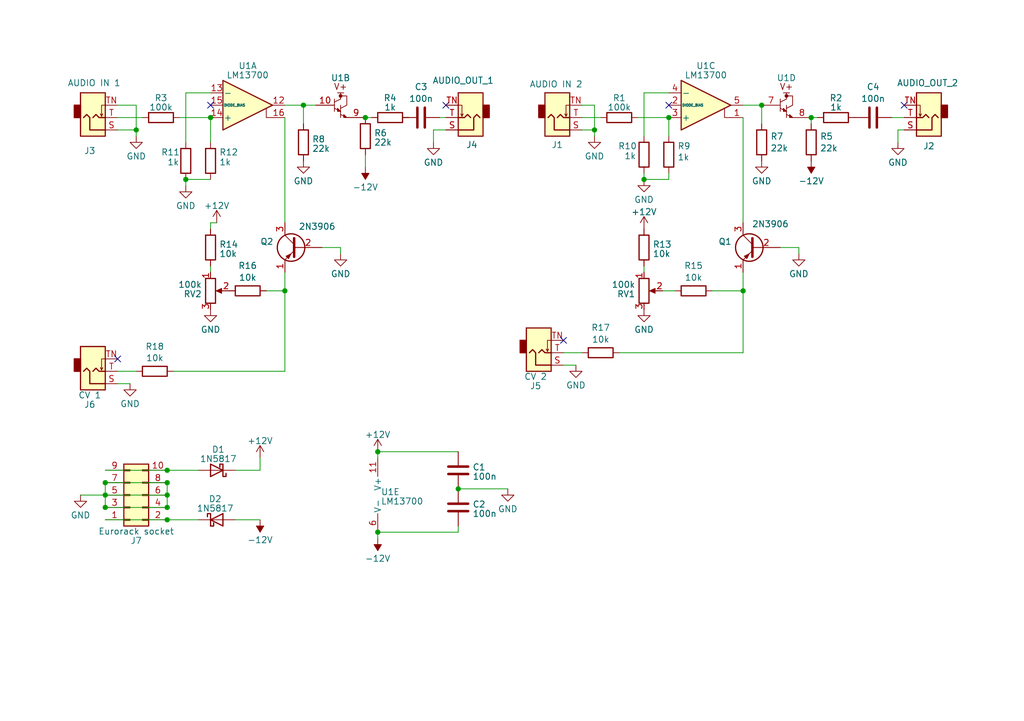
<source format=kicad_sch>
(kicad_sch
	(version 20231120)
	(generator "eeschema")
	(generator_version "8.0")
	(uuid "c23848a2-d966-4796-bc9c-92a3d85c9e97")
	(paper "A5")
	(lib_symbols
		(symbol "Amplifier_Operational:LM13700"
			(pin_names
				(offset 0.127)
			)
			(exclude_from_sim no)
			(in_bom yes)
			(on_board yes)
			(property "Reference" "U"
				(at 3.81 5.08 0)
				(effects
					(font
						(size 1.27 1.27)
					)
				)
			)
			(property "Value" "LM13700"
				(at 5.08 -5.08 0)
				(effects
					(font
						(size 1.27 1.27)
					)
				)
			)
			(property "Footprint" ""
				(at -7.62 0.635 0)
				(effects
					(font
						(size 1.27 1.27)
					)
					(hide yes)
				)
			)
			(property "Datasheet" "http://www.ti.com/lit/ds/symlink/lm13700.pdf"
				(at -7.62 0.635 0)
				(effects
					(font
						(size 1.27 1.27)
					)
					(hide yes)
				)
			)
			(property "Description" "Dual Operational Transconductance Amplifiers with Linearizing Diodes and Buffers, DIP-16/SOIC-16"
				(at 0 0 0)
				(effects
					(font
						(size 1.27 1.27)
					)
					(hide yes)
				)
			)
			(property "ki_locked" ""
				(at 0 0 0)
				(effects
					(font
						(size 1.27 1.27)
					)
				)
			)
			(property "ki_keywords" "operational transconductance amplifier OTA"
				(at 0 0 0)
				(effects
					(font
						(size 1.27 1.27)
					)
					(hide yes)
				)
			)
			(property "ki_fp_filters" "SOIC*3.9x9.9mm*P1.27mm* DIP*W7.62mm*"
				(at 0 0 0)
				(effects
					(font
						(size 1.27 1.27)
					)
					(hide yes)
				)
			)
			(symbol "LM13700_1_1"
				(polyline
					(pts
						(xy 3.81 -0.635) (xy 3.81 -2.54) (xy 5.08 -2.54)
					)
					(stroke
						(width 0)
						(type default)
					)
					(fill
						(type none)
					)
				)
				(polyline
					(pts
						(xy 5.08 0) (xy -5.08 -5.08) (xy -5.08 5.08) (xy 5.08 0)
					)
					(stroke
						(width 0.254)
						(type default)
					)
					(fill
						(type background)
					)
				)
				(pin output line
					(at 7.62 0 180)
					(length 2.54)
					(name "~"
						(effects
							(font
								(size 1.27 1.27)
							)
						)
					)
					(number "12"
						(effects
							(font
								(size 1.27 1.27)
							)
						)
					)
				)
				(pin input line
					(at -7.62 2.54 0)
					(length 2.54)
					(name "-"
						(effects
							(font
								(size 1.27 1.27)
							)
						)
					)
					(number "13"
						(effects
							(font
								(size 1.27 1.27)
							)
						)
					)
				)
				(pin input line
					(at -7.62 -2.54 0)
					(length 2.54)
					(name "+"
						(effects
							(font
								(size 1.27 1.27)
							)
						)
					)
					(number "14"
						(effects
							(font
								(size 1.27 1.27)
							)
						)
					)
				)
				(pin input line
					(at -7.62 0 0)
					(length 2.54)
					(name "DIODE_BIAS"
						(effects
							(font
								(size 0.508 0.508)
							)
						)
					)
					(number "15"
						(effects
							(font
								(size 1.27 1.27)
							)
						)
					)
				)
				(pin input line
					(at 7.62 -2.54 180)
					(length 2.54)
					(name "~"
						(effects
							(font
								(size 1.27 1.27)
							)
						)
					)
					(number "16"
						(effects
							(font
								(size 1.27 1.27)
							)
						)
					)
				)
			)
			(symbol "LM13700_2_0"
				(polyline
					(pts
						(xy -1.905 2.54) (xy -3.175 2.54)
					)
					(stroke
						(width 0)
						(type default)
					)
					(fill
						(type none)
					)
				)
			)
			(symbol "LM13700_2_1"
				(circle
					(center -2.54 1.905)
					(radius 0.254)
					(stroke
						(width 0.254)
						(type default)
					)
					(fill
						(type outline)
					)
				)
				(polyline
					(pts
						(xy -3.81 -0.635) (xy -2.54 -1.27)
					)
					(stroke
						(width 0)
						(type default)
					)
					(fill
						(type none)
					)
				)
				(polyline
					(pts
						(xy -3.81 1.27) (xy -3.81 -1.27)
					)
					(stroke
						(width 0)
						(type default)
					)
					(fill
						(type none)
					)
				)
				(polyline
					(pts
						(xy -2.54 -1.905) (xy -1.27 -2.54)
					)
					(stroke
						(width 0)
						(type default)
					)
					(fill
						(type none)
					)
				)
				(polyline
					(pts
						(xy -2.54 0) (xy -2.54 -2.54)
					)
					(stroke
						(width 0)
						(type default)
					)
					(fill
						(type none)
					)
				)
				(polyline
					(pts
						(xy -3.81 0.635) (xy -2.54 1.27) (xy -2.54 1.905) (xy -2.54 2.54)
					)
					(stroke
						(width 0)
						(type default)
					)
					(fill
						(type none)
					)
				)
				(polyline
					(pts
						(xy -2.54 -1.27) (xy -3.175 -0.635) (xy -3.175 -1.27) (xy -2.54 -1.27)
					)
					(stroke
						(width 0)
						(type default)
					)
					(fill
						(type outline)
					)
				)
				(polyline
					(pts
						(xy -2.54 -0.635) (xy -1.27 0) (xy -1.27 1.905) (xy -2.54 1.905)
					)
					(stroke
						(width 0)
						(type default)
					)
					(fill
						(type none)
					)
				)
				(polyline
					(pts
						(xy -1.27 -2.54) (xy -1.905 -1.905) (xy -1.905 -2.54) (xy -1.27 -2.54)
					)
					(stroke
						(width 0)
						(type default)
					)
					(fill
						(type outline)
					)
				)
				(text "V+"
					(at -2.54 3.81 0)
					(effects
						(font
							(size 1.27 1.27)
						)
					)
				)
				(pin input line
					(at -7.62 0 0)
					(length 3.81)
					(name "~"
						(effects
							(font
								(size 1.27 1.27)
							)
						)
					)
					(number "10"
						(effects
							(font
								(size 1.27 1.27)
							)
						)
					)
				)
				(pin output line
					(at 2.54 -2.54 180)
					(length 3.81)
					(name "~"
						(effects
							(font
								(size 1.27 1.27)
							)
						)
					)
					(number "9"
						(effects
							(font
								(size 1.27 1.27)
							)
						)
					)
				)
			)
			(symbol "LM13700_3_1"
				(polyline
					(pts
						(xy 3.81 -0.635) (xy 3.81 -2.54) (xy 5.08 -2.54)
					)
					(stroke
						(width 0)
						(type default)
					)
					(fill
						(type none)
					)
				)
				(polyline
					(pts
						(xy 5.08 0) (xy -5.08 -5.08) (xy -5.08 5.08) (xy 5.08 0)
					)
					(stroke
						(width 0.254)
						(type default)
					)
					(fill
						(type background)
					)
				)
				(pin input line
					(at 7.62 -2.54 180)
					(length 2.54)
					(name "~"
						(effects
							(font
								(size 1.27 1.27)
							)
						)
					)
					(number "1"
						(effects
							(font
								(size 1.27 1.27)
							)
						)
					)
				)
				(pin input line
					(at -7.62 0 0)
					(length 2.54)
					(name "DIODE_BIAS"
						(effects
							(font
								(size 0.508 0.508)
							)
						)
					)
					(number "2"
						(effects
							(font
								(size 1.27 1.27)
							)
						)
					)
				)
				(pin input line
					(at -7.62 -2.54 0)
					(length 2.54)
					(name "+"
						(effects
							(font
								(size 1.27 1.27)
							)
						)
					)
					(number "3"
						(effects
							(font
								(size 1.27 1.27)
							)
						)
					)
				)
				(pin input line
					(at -7.62 2.54 0)
					(length 2.54)
					(name "-"
						(effects
							(font
								(size 1.27 1.27)
							)
						)
					)
					(number "4"
						(effects
							(font
								(size 1.27 1.27)
							)
						)
					)
				)
				(pin output line
					(at 7.62 0 180)
					(length 2.54)
					(name "~"
						(effects
							(font
								(size 1.27 1.27)
							)
						)
					)
					(number "5"
						(effects
							(font
								(size 1.27 1.27)
							)
						)
					)
				)
			)
			(symbol "LM13700_4_0"
				(polyline
					(pts
						(xy -3.175 2.54) (xy -1.905 2.54)
					)
					(stroke
						(width 0)
						(type default)
					)
					(fill
						(type none)
					)
				)
				(text "V+"
					(at -2.54 3.81 0)
					(effects
						(font
							(size 1.27 1.27)
						)
					)
				)
			)
			(symbol "LM13700_4_1"
				(circle
					(center -2.54 1.905)
					(radius 0.254)
					(stroke
						(width 0.254)
						(type default)
					)
					(fill
						(type outline)
					)
				)
				(polyline
					(pts
						(xy -3.81 -0.635) (xy -2.54 -1.27)
					)
					(stroke
						(width 0)
						(type default)
					)
					(fill
						(type none)
					)
				)
				(polyline
					(pts
						(xy -3.81 1.27) (xy -3.81 -1.27)
					)
					(stroke
						(width 0)
						(type default)
					)
					(fill
						(type none)
					)
				)
				(polyline
					(pts
						(xy -2.54 -1.905) (xy -1.27 -2.54)
					)
					(stroke
						(width 0)
						(type default)
					)
					(fill
						(type none)
					)
				)
				(polyline
					(pts
						(xy -2.54 0) (xy -2.54 -2.54)
					)
					(stroke
						(width 0)
						(type default)
					)
					(fill
						(type none)
					)
				)
				(polyline
					(pts
						(xy -3.81 0.635) (xy -2.54 1.27) (xy -2.54 2.54)
					)
					(stroke
						(width 0)
						(type default)
					)
					(fill
						(type none)
					)
				)
				(polyline
					(pts
						(xy -2.54 -1.27) (xy -3.175 -0.635) (xy -3.175 -1.27) (xy -2.54 -1.27)
					)
					(stroke
						(width 0)
						(type default)
					)
					(fill
						(type outline)
					)
				)
				(polyline
					(pts
						(xy -2.54 -0.635) (xy -1.27 0) (xy -1.27 1.905) (xy -2.54 1.905)
					)
					(stroke
						(width 0)
						(type default)
					)
					(fill
						(type none)
					)
				)
				(polyline
					(pts
						(xy -1.27 -2.54) (xy -1.905 -1.905) (xy -1.905 -2.54) (xy -1.27 -2.54)
					)
					(stroke
						(width 0)
						(type default)
					)
					(fill
						(type outline)
					)
				)
				(pin input line
					(at -7.62 0 0)
					(length 3.81)
					(name "~"
						(effects
							(font
								(size 1.27 1.27)
							)
						)
					)
					(number "7"
						(effects
							(font
								(size 1.27 1.27)
							)
						)
					)
				)
				(pin output line
					(at 2.54 -2.54 180)
					(length 3.81)
					(name "~"
						(effects
							(font
								(size 1.27 1.27)
							)
						)
					)
					(number "8"
						(effects
							(font
								(size 1.27 1.27)
							)
						)
					)
				)
			)
			(symbol "LM13700_5_1"
				(pin power_in line
					(at -2.54 7.62 270)
					(length 3.81)
					(name "V+"
						(effects
							(font
								(size 1.27 1.27)
							)
						)
					)
					(number "11"
						(effects
							(font
								(size 1.27 1.27)
							)
						)
					)
				)
				(pin power_in line
					(at -2.54 -7.62 90)
					(length 3.81)
					(name "V-"
						(effects
							(font
								(size 1.27 1.27)
							)
						)
					)
					(number "6"
						(effects
							(font
								(size 1.27 1.27)
							)
						)
					)
				)
			)
		)
		(symbol "Connector_Audio:AudioJack2_SwitchT"
			(exclude_from_sim no)
			(in_bom yes)
			(on_board yes)
			(property "Reference" "J"
				(at 0 8.89 0)
				(effects
					(font
						(size 1.27 1.27)
					)
				)
			)
			(property "Value" "AudioJack2_SwitchT"
				(at 0 6.35 0)
				(effects
					(font
						(size 1.27 1.27)
					)
				)
			)
			(property "Footprint" ""
				(at 0 0 0)
				(effects
					(font
						(size 1.27 1.27)
					)
					(hide yes)
				)
			)
			(property "Datasheet" "~"
				(at 0 0 0)
				(effects
					(font
						(size 1.27 1.27)
					)
					(hide yes)
				)
			)
			(property "Description" "Audio Jack, 2 Poles (Mono / TS), Switched T Pole (Normalling)"
				(at 0 0 0)
				(effects
					(font
						(size 1.27 1.27)
					)
					(hide yes)
				)
			)
			(property "ki_keywords" "audio jack receptacle mono headphones phone TS connector"
				(at 0 0 0)
				(effects
					(font
						(size 1.27 1.27)
					)
					(hide yes)
				)
			)
			(property "ki_fp_filters" "Jack*"
				(at 0 0 0)
				(effects
					(font
						(size 1.27 1.27)
					)
					(hide yes)
				)
			)
			(symbol "AudioJack2_SwitchT_0_1"
				(rectangle
					(start -2.54 0)
					(end -3.81 -2.54)
					(stroke
						(width 0.254)
						(type default)
					)
					(fill
						(type outline)
					)
				)
				(polyline
					(pts
						(xy 1.778 -0.254) (xy 2.032 -0.762)
					)
					(stroke
						(width 0)
						(type default)
					)
					(fill
						(type none)
					)
				)
				(polyline
					(pts
						(xy 0 0) (xy 0.635 -0.635) (xy 1.27 0) (xy 2.54 0)
					)
					(stroke
						(width 0.254)
						(type default)
					)
					(fill
						(type none)
					)
				)
				(polyline
					(pts
						(xy 2.54 -2.54) (xy 1.778 -2.54) (xy 1.778 -0.254) (xy 1.524 -0.762)
					)
					(stroke
						(width 0)
						(type default)
					)
					(fill
						(type none)
					)
				)
				(polyline
					(pts
						(xy 2.54 2.54) (xy -0.635 2.54) (xy -0.635 0) (xy -1.27 -0.635) (xy -1.905 0)
					)
					(stroke
						(width 0.254)
						(type default)
					)
					(fill
						(type none)
					)
				)
				(rectangle
					(start 2.54 3.81)
					(end -2.54 -5.08)
					(stroke
						(width 0.254)
						(type default)
					)
					(fill
						(type background)
					)
				)
			)
			(symbol "AudioJack2_SwitchT_1_1"
				(pin passive line
					(at 5.08 2.54 180)
					(length 2.54)
					(name "~"
						(effects
							(font
								(size 1.27 1.27)
							)
						)
					)
					(number "S"
						(effects
							(font
								(size 1.27 1.27)
							)
						)
					)
				)
				(pin passive line
					(at 5.08 0 180)
					(length 2.54)
					(name "~"
						(effects
							(font
								(size 1.27 1.27)
							)
						)
					)
					(number "T"
						(effects
							(font
								(size 1.27 1.27)
							)
						)
					)
				)
				(pin passive line
					(at 5.08 -2.54 180)
					(length 2.54)
					(name "~"
						(effects
							(font
								(size 1.27 1.27)
							)
						)
					)
					(number "TN"
						(effects
							(font
								(size 1.27 1.27)
							)
						)
					)
				)
			)
		)
		(symbol "Connector_Generic:Conn_02x05_Odd_Even"
			(pin_names
				(offset 1.016) hide)
			(exclude_from_sim no)
			(in_bom yes)
			(on_board yes)
			(property "Reference" "J"
				(at 1.27 7.62 0)
				(effects
					(font
						(size 1.27 1.27)
					)
				)
			)
			(property "Value" "Conn_02x05_Odd_Even"
				(at 1.27 -7.62 0)
				(effects
					(font
						(size 1.27 1.27)
					)
				)
			)
			(property "Footprint" ""
				(at 0 0 0)
				(effects
					(font
						(size 1.27 1.27)
					)
					(hide yes)
				)
			)
			(property "Datasheet" "~"
				(at 0 0 0)
				(effects
					(font
						(size 1.27 1.27)
					)
					(hide yes)
				)
			)
			(property "Description" "Generic connector, double row, 02x05, odd/even pin numbering scheme (row 1 odd numbers, row 2 even numbers), script generated (kicad-library-utils/schlib/autogen/connector/)"
				(at 0 0 0)
				(effects
					(font
						(size 1.27 1.27)
					)
					(hide yes)
				)
			)
			(property "ki_keywords" "connector"
				(at 0 0 0)
				(effects
					(font
						(size 1.27 1.27)
					)
					(hide yes)
				)
			)
			(property "ki_fp_filters" "Connector*:*_2x??_*"
				(at 0 0 0)
				(effects
					(font
						(size 1.27 1.27)
					)
					(hide yes)
				)
			)
			(symbol "Conn_02x05_Odd_Even_1_1"
				(rectangle
					(start -1.27 -4.953)
					(end 0 -5.207)
					(stroke
						(width 0.1524)
						(type default)
					)
					(fill
						(type none)
					)
				)
				(rectangle
					(start -1.27 -2.413)
					(end 0 -2.667)
					(stroke
						(width 0.1524)
						(type default)
					)
					(fill
						(type none)
					)
				)
				(rectangle
					(start -1.27 0.127)
					(end 0 -0.127)
					(stroke
						(width 0.1524)
						(type default)
					)
					(fill
						(type none)
					)
				)
				(rectangle
					(start -1.27 2.667)
					(end 0 2.413)
					(stroke
						(width 0.1524)
						(type default)
					)
					(fill
						(type none)
					)
				)
				(rectangle
					(start -1.27 5.207)
					(end 0 4.953)
					(stroke
						(width 0.1524)
						(type default)
					)
					(fill
						(type none)
					)
				)
				(rectangle
					(start -1.27 6.35)
					(end 3.81 -6.35)
					(stroke
						(width 0.254)
						(type default)
					)
					(fill
						(type background)
					)
				)
				(rectangle
					(start 3.81 -4.953)
					(end 2.54 -5.207)
					(stroke
						(width 0.1524)
						(type default)
					)
					(fill
						(type none)
					)
				)
				(rectangle
					(start 3.81 -2.413)
					(end 2.54 -2.667)
					(stroke
						(width 0.1524)
						(type default)
					)
					(fill
						(type none)
					)
				)
				(rectangle
					(start 3.81 0.127)
					(end 2.54 -0.127)
					(stroke
						(width 0.1524)
						(type default)
					)
					(fill
						(type none)
					)
				)
				(rectangle
					(start 3.81 2.667)
					(end 2.54 2.413)
					(stroke
						(width 0.1524)
						(type default)
					)
					(fill
						(type none)
					)
				)
				(rectangle
					(start 3.81 5.207)
					(end 2.54 4.953)
					(stroke
						(width 0.1524)
						(type default)
					)
					(fill
						(type none)
					)
				)
				(pin passive line
					(at -5.08 5.08 0)
					(length 3.81)
					(name "Pin_1"
						(effects
							(font
								(size 1.27 1.27)
							)
						)
					)
					(number "1"
						(effects
							(font
								(size 1.27 1.27)
							)
						)
					)
				)
				(pin passive line
					(at 7.62 -5.08 180)
					(length 3.81)
					(name "Pin_10"
						(effects
							(font
								(size 1.27 1.27)
							)
						)
					)
					(number "10"
						(effects
							(font
								(size 1.27 1.27)
							)
						)
					)
				)
				(pin passive line
					(at 7.62 5.08 180)
					(length 3.81)
					(name "Pin_2"
						(effects
							(font
								(size 1.27 1.27)
							)
						)
					)
					(number "2"
						(effects
							(font
								(size 1.27 1.27)
							)
						)
					)
				)
				(pin passive line
					(at -5.08 2.54 0)
					(length 3.81)
					(name "Pin_3"
						(effects
							(font
								(size 1.27 1.27)
							)
						)
					)
					(number "3"
						(effects
							(font
								(size 1.27 1.27)
							)
						)
					)
				)
				(pin passive line
					(at 7.62 2.54 180)
					(length 3.81)
					(name "Pin_4"
						(effects
							(font
								(size 1.27 1.27)
							)
						)
					)
					(number "4"
						(effects
							(font
								(size 1.27 1.27)
							)
						)
					)
				)
				(pin passive line
					(at -5.08 0 0)
					(length 3.81)
					(name "Pin_5"
						(effects
							(font
								(size 1.27 1.27)
							)
						)
					)
					(number "5"
						(effects
							(font
								(size 1.27 1.27)
							)
						)
					)
				)
				(pin passive line
					(at 7.62 0 180)
					(length 3.81)
					(name "Pin_6"
						(effects
							(font
								(size 1.27 1.27)
							)
						)
					)
					(number "6"
						(effects
							(font
								(size 1.27 1.27)
							)
						)
					)
				)
				(pin passive line
					(at -5.08 -2.54 0)
					(length 3.81)
					(name "Pin_7"
						(effects
							(font
								(size 1.27 1.27)
							)
						)
					)
					(number "7"
						(effects
							(font
								(size 1.27 1.27)
							)
						)
					)
				)
				(pin passive line
					(at 7.62 -2.54 180)
					(length 3.81)
					(name "Pin_8"
						(effects
							(font
								(size 1.27 1.27)
							)
						)
					)
					(number "8"
						(effects
							(font
								(size 1.27 1.27)
							)
						)
					)
				)
				(pin passive line
					(at -5.08 -5.08 0)
					(length 3.81)
					(name "Pin_9"
						(effects
							(font
								(size 1.27 1.27)
							)
						)
					)
					(number "9"
						(effects
							(font
								(size 1.27 1.27)
							)
						)
					)
				)
			)
		)
		(symbol "Device:C"
			(pin_numbers hide)
			(pin_names
				(offset 0.254)
			)
			(exclude_from_sim no)
			(in_bom yes)
			(on_board yes)
			(property "Reference" "C"
				(at 0.635 2.54 0)
				(effects
					(font
						(size 1.27 1.27)
					)
					(justify left)
				)
			)
			(property "Value" "C"
				(at 0.635 -2.54 0)
				(effects
					(font
						(size 1.27 1.27)
					)
					(justify left)
				)
			)
			(property "Footprint" ""
				(at 0.9652 -3.81 0)
				(effects
					(font
						(size 1.27 1.27)
					)
					(hide yes)
				)
			)
			(property "Datasheet" "~"
				(at 0 0 0)
				(effects
					(font
						(size 1.27 1.27)
					)
					(hide yes)
				)
			)
			(property "Description" "Unpolarized capacitor"
				(at 0 0 0)
				(effects
					(font
						(size 1.27 1.27)
					)
					(hide yes)
				)
			)
			(property "ki_keywords" "cap capacitor"
				(at 0 0 0)
				(effects
					(font
						(size 1.27 1.27)
					)
					(hide yes)
				)
			)
			(property "ki_fp_filters" "C_*"
				(at 0 0 0)
				(effects
					(font
						(size 1.27 1.27)
					)
					(hide yes)
				)
			)
			(symbol "C_0_1"
				(polyline
					(pts
						(xy -2.032 -0.762) (xy 2.032 -0.762)
					)
					(stroke
						(width 0.508)
						(type default)
					)
					(fill
						(type none)
					)
				)
				(polyline
					(pts
						(xy -2.032 0.762) (xy 2.032 0.762)
					)
					(stroke
						(width 0.508)
						(type default)
					)
					(fill
						(type none)
					)
				)
			)
			(symbol "C_1_1"
				(pin passive line
					(at 0 3.81 270)
					(length 2.794)
					(name "~"
						(effects
							(font
								(size 1.27 1.27)
							)
						)
					)
					(number "1"
						(effects
							(font
								(size 1.27 1.27)
							)
						)
					)
				)
				(pin passive line
					(at 0 -3.81 90)
					(length 2.794)
					(name "~"
						(effects
							(font
								(size 1.27 1.27)
							)
						)
					)
					(number "2"
						(effects
							(font
								(size 1.27 1.27)
							)
						)
					)
				)
			)
		)
		(symbol "Device:D_Schottky"
			(pin_numbers hide)
			(pin_names
				(offset 1.016) hide)
			(exclude_from_sim no)
			(in_bom yes)
			(on_board yes)
			(property "Reference" "D"
				(at 0 2.54 0)
				(effects
					(font
						(size 1.27 1.27)
					)
				)
			)
			(property "Value" "D_Schottky"
				(at 0 -2.54 0)
				(effects
					(font
						(size 1.27 1.27)
					)
				)
			)
			(property "Footprint" ""
				(at 0 0 0)
				(effects
					(font
						(size 1.27 1.27)
					)
					(hide yes)
				)
			)
			(property "Datasheet" "~"
				(at 0 0 0)
				(effects
					(font
						(size 1.27 1.27)
					)
					(hide yes)
				)
			)
			(property "Description" "Schottky diode"
				(at 0 0 0)
				(effects
					(font
						(size 1.27 1.27)
					)
					(hide yes)
				)
			)
			(property "ki_keywords" "diode Schottky"
				(at 0 0 0)
				(effects
					(font
						(size 1.27 1.27)
					)
					(hide yes)
				)
			)
			(property "ki_fp_filters" "TO-???* *_Diode_* *SingleDiode* D_*"
				(at 0 0 0)
				(effects
					(font
						(size 1.27 1.27)
					)
					(hide yes)
				)
			)
			(symbol "D_Schottky_0_1"
				(polyline
					(pts
						(xy 1.27 0) (xy -1.27 0)
					)
					(stroke
						(width 0)
						(type default)
					)
					(fill
						(type none)
					)
				)
				(polyline
					(pts
						(xy 1.27 1.27) (xy 1.27 -1.27) (xy -1.27 0) (xy 1.27 1.27)
					)
					(stroke
						(width 0.254)
						(type default)
					)
					(fill
						(type none)
					)
				)
				(polyline
					(pts
						(xy -1.905 0.635) (xy -1.905 1.27) (xy -1.27 1.27) (xy -1.27 -1.27) (xy -0.635 -1.27) (xy -0.635 -0.635)
					)
					(stroke
						(width 0.254)
						(type default)
					)
					(fill
						(type none)
					)
				)
			)
			(symbol "D_Schottky_1_1"
				(pin passive line
					(at -3.81 0 0)
					(length 2.54)
					(name "K"
						(effects
							(font
								(size 1.27 1.27)
							)
						)
					)
					(number "1"
						(effects
							(font
								(size 1.27 1.27)
							)
						)
					)
				)
				(pin passive line
					(at 3.81 0 180)
					(length 2.54)
					(name "A"
						(effects
							(font
								(size 1.27 1.27)
							)
						)
					)
					(number "2"
						(effects
							(font
								(size 1.27 1.27)
							)
						)
					)
				)
			)
		)
		(symbol "Device:R"
			(pin_numbers hide)
			(pin_names
				(offset 0)
			)
			(exclude_from_sim no)
			(in_bom yes)
			(on_board yes)
			(property "Reference" "R"
				(at 2.032 0 90)
				(effects
					(font
						(size 1.27 1.27)
					)
				)
			)
			(property "Value" "R"
				(at 0 0 90)
				(effects
					(font
						(size 1.27 1.27)
					)
				)
			)
			(property "Footprint" ""
				(at -1.778 0 90)
				(effects
					(font
						(size 1.27 1.27)
					)
					(hide yes)
				)
			)
			(property "Datasheet" "~"
				(at 0 0 0)
				(effects
					(font
						(size 1.27 1.27)
					)
					(hide yes)
				)
			)
			(property "Description" "Resistor"
				(at 0 0 0)
				(effects
					(font
						(size 1.27 1.27)
					)
					(hide yes)
				)
			)
			(property "ki_keywords" "R res resistor"
				(at 0 0 0)
				(effects
					(font
						(size 1.27 1.27)
					)
					(hide yes)
				)
			)
			(property "ki_fp_filters" "R_*"
				(at 0 0 0)
				(effects
					(font
						(size 1.27 1.27)
					)
					(hide yes)
				)
			)
			(symbol "R_0_1"
				(rectangle
					(start -1.016 -2.54)
					(end 1.016 2.54)
					(stroke
						(width 0.254)
						(type default)
					)
					(fill
						(type none)
					)
				)
			)
			(symbol "R_1_1"
				(pin passive line
					(at 0 3.81 270)
					(length 1.27)
					(name "~"
						(effects
							(font
								(size 1.27 1.27)
							)
						)
					)
					(number "1"
						(effects
							(font
								(size 1.27 1.27)
							)
						)
					)
				)
				(pin passive line
					(at 0 -3.81 90)
					(length 1.27)
					(name "~"
						(effects
							(font
								(size 1.27 1.27)
							)
						)
					)
					(number "2"
						(effects
							(font
								(size 1.27 1.27)
							)
						)
					)
				)
			)
		)
		(symbol "Device:R_Potentiometer"
			(pin_names
				(offset 1.016) hide)
			(exclude_from_sim no)
			(in_bom yes)
			(on_board yes)
			(property "Reference" "RV"
				(at -4.445 0 90)
				(effects
					(font
						(size 1.27 1.27)
					)
				)
			)
			(property "Value" "R_Potentiometer"
				(at -2.54 0 90)
				(effects
					(font
						(size 1.27 1.27)
					)
				)
			)
			(property "Footprint" ""
				(at 0 0 0)
				(effects
					(font
						(size 1.27 1.27)
					)
					(hide yes)
				)
			)
			(property "Datasheet" "~"
				(at 0 0 0)
				(effects
					(font
						(size 1.27 1.27)
					)
					(hide yes)
				)
			)
			(property "Description" "Potentiometer"
				(at 0 0 0)
				(effects
					(font
						(size 1.27 1.27)
					)
					(hide yes)
				)
			)
			(property "ki_keywords" "resistor variable"
				(at 0 0 0)
				(effects
					(font
						(size 1.27 1.27)
					)
					(hide yes)
				)
			)
			(property "ki_fp_filters" "Potentiometer*"
				(at 0 0 0)
				(effects
					(font
						(size 1.27 1.27)
					)
					(hide yes)
				)
			)
			(symbol "R_Potentiometer_0_1"
				(polyline
					(pts
						(xy 2.54 0) (xy 1.524 0)
					)
					(stroke
						(width 0)
						(type default)
					)
					(fill
						(type none)
					)
				)
				(polyline
					(pts
						(xy 1.143 0) (xy 2.286 0.508) (xy 2.286 -0.508) (xy 1.143 0)
					)
					(stroke
						(width 0)
						(type default)
					)
					(fill
						(type outline)
					)
				)
				(rectangle
					(start 1.016 2.54)
					(end -1.016 -2.54)
					(stroke
						(width 0.254)
						(type default)
					)
					(fill
						(type none)
					)
				)
			)
			(symbol "R_Potentiometer_1_1"
				(pin passive line
					(at 0 3.81 270)
					(length 1.27)
					(name "1"
						(effects
							(font
								(size 1.27 1.27)
							)
						)
					)
					(number "1"
						(effects
							(font
								(size 1.27 1.27)
							)
						)
					)
				)
				(pin passive line
					(at 3.81 0 180)
					(length 1.27)
					(name "2"
						(effects
							(font
								(size 1.27 1.27)
							)
						)
					)
					(number "2"
						(effects
							(font
								(size 1.27 1.27)
							)
						)
					)
				)
				(pin passive line
					(at 0 -3.81 90)
					(length 1.27)
					(name "3"
						(effects
							(font
								(size 1.27 1.27)
							)
						)
					)
					(number "3"
						(effects
							(font
								(size 1.27 1.27)
							)
						)
					)
				)
			)
		)
		(symbol "Transistor_BJT:2N3906"
			(pin_names
				(offset 0) hide)
			(exclude_from_sim no)
			(in_bom yes)
			(on_board yes)
			(property "Reference" "Q"
				(at 5.08 1.905 0)
				(effects
					(font
						(size 1.27 1.27)
					)
					(justify left)
				)
			)
			(property "Value" "2N3906"
				(at 5.08 0 0)
				(effects
					(font
						(size 1.27 1.27)
					)
					(justify left)
				)
			)
			(property "Footprint" "Package_TO_SOT_THT:TO-92_Inline"
				(at 5.08 -1.905 0)
				(effects
					(font
						(size 1.27 1.27)
						(italic yes)
					)
					(justify left)
					(hide yes)
				)
			)
			(property "Datasheet" "https://www.onsemi.com/pub/Collateral/2N3906-D.PDF"
				(at 0 0 0)
				(effects
					(font
						(size 1.27 1.27)
					)
					(justify left)
					(hide yes)
				)
			)
			(property "Description" "-0.2A Ic, -40V Vce, Small Signal PNP Transistor, TO-92"
				(at 0 0 0)
				(effects
					(font
						(size 1.27 1.27)
					)
					(hide yes)
				)
			)
			(property "ki_keywords" "PNP Transistor"
				(at 0 0 0)
				(effects
					(font
						(size 1.27 1.27)
					)
					(hide yes)
				)
			)
			(property "ki_fp_filters" "TO?92*"
				(at 0 0 0)
				(effects
					(font
						(size 1.27 1.27)
					)
					(hide yes)
				)
			)
			(symbol "2N3906_0_1"
				(polyline
					(pts
						(xy 0.635 0.635) (xy 2.54 2.54)
					)
					(stroke
						(width 0)
						(type default)
					)
					(fill
						(type none)
					)
				)
				(polyline
					(pts
						(xy 0.635 -0.635) (xy 2.54 -2.54) (xy 2.54 -2.54)
					)
					(stroke
						(width 0)
						(type default)
					)
					(fill
						(type none)
					)
				)
				(polyline
					(pts
						(xy 0.635 1.905) (xy 0.635 -1.905) (xy 0.635 -1.905)
					)
					(stroke
						(width 0.508)
						(type default)
					)
					(fill
						(type none)
					)
				)
				(polyline
					(pts
						(xy 2.286 -1.778) (xy 1.778 -2.286) (xy 1.27 -1.27) (xy 2.286 -1.778) (xy 2.286 -1.778)
					)
					(stroke
						(width 0)
						(type default)
					)
					(fill
						(type outline)
					)
				)
				(circle
					(center 1.27 0)
					(radius 2.8194)
					(stroke
						(width 0.254)
						(type default)
					)
					(fill
						(type none)
					)
				)
			)
			(symbol "2N3906_1_1"
				(pin passive line
					(at 2.54 -5.08 90)
					(length 2.54)
					(name "E"
						(effects
							(font
								(size 1.27 1.27)
							)
						)
					)
					(number "1"
						(effects
							(font
								(size 1.27 1.27)
							)
						)
					)
				)
				(pin input line
					(at -5.08 0 0)
					(length 5.715)
					(name "B"
						(effects
							(font
								(size 1.27 1.27)
							)
						)
					)
					(number "2"
						(effects
							(font
								(size 1.27 1.27)
							)
						)
					)
				)
				(pin passive line
					(at 2.54 5.08 270)
					(length 2.54)
					(name "C"
						(effects
							(font
								(size 1.27 1.27)
							)
						)
					)
					(number "3"
						(effects
							(font
								(size 1.27 1.27)
							)
						)
					)
				)
			)
		)
		(symbol "power:+12V"
			(power)
			(pin_names
				(offset 0)
			)
			(exclude_from_sim no)
			(in_bom yes)
			(on_board yes)
			(property "Reference" "#PWR"
				(at 0 -3.81 0)
				(effects
					(font
						(size 1.27 1.27)
					)
					(hide yes)
				)
			)
			(property "Value" "+12V"
				(at 0 3.556 0)
				(effects
					(font
						(size 1.27 1.27)
					)
				)
			)
			(property "Footprint" ""
				(at 0 0 0)
				(effects
					(font
						(size 1.27 1.27)
					)
					(hide yes)
				)
			)
			(property "Datasheet" ""
				(at 0 0 0)
				(effects
					(font
						(size 1.27 1.27)
					)
					(hide yes)
				)
			)
			(property "Description" "Power symbol creates a global label with name \"+12V\""
				(at 0 0 0)
				(effects
					(font
						(size 1.27 1.27)
					)
					(hide yes)
				)
			)
			(property "ki_keywords" "global power"
				(at 0 0 0)
				(effects
					(font
						(size 1.27 1.27)
					)
					(hide yes)
				)
			)
			(symbol "+12V_0_1"
				(polyline
					(pts
						(xy -0.762 1.27) (xy 0 2.54)
					)
					(stroke
						(width 0)
						(type default)
					)
					(fill
						(type none)
					)
				)
				(polyline
					(pts
						(xy 0 0) (xy 0 2.54)
					)
					(stroke
						(width 0)
						(type default)
					)
					(fill
						(type none)
					)
				)
				(polyline
					(pts
						(xy 0 2.54) (xy 0.762 1.27)
					)
					(stroke
						(width 0)
						(type default)
					)
					(fill
						(type none)
					)
				)
			)
			(symbol "+12V_1_1"
				(pin power_in line
					(at 0 0 90)
					(length 0) hide
					(name "+12V"
						(effects
							(font
								(size 1.27 1.27)
							)
						)
					)
					(number "1"
						(effects
							(font
								(size 1.27 1.27)
							)
						)
					)
				)
			)
		)
		(symbol "power:-12V"
			(power)
			(pin_names
				(offset 0)
			)
			(exclude_from_sim no)
			(in_bom yes)
			(on_board yes)
			(property "Reference" "#PWR"
				(at 0 2.54 0)
				(effects
					(font
						(size 1.27 1.27)
					)
					(hide yes)
				)
			)
			(property "Value" "-12V"
				(at 0 3.81 0)
				(effects
					(font
						(size 1.27 1.27)
					)
				)
			)
			(property "Footprint" ""
				(at 0 0 0)
				(effects
					(font
						(size 1.27 1.27)
					)
					(hide yes)
				)
			)
			(property "Datasheet" ""
				(at 0 0 0)
				(effects
					(font
						(size 1.27 1.27)
					)
					(hide yes)
				)
			)
			(property "Description" "Power symbol creates a global label with name \"-12V\""
				(at 0 0 0)
				(effects
					(font
						(size 1.27 1.27)
					)
					(hide yes)
				)
			)
			(property "ki_keywords" "global power"
				(at 0 0 0)
				(effects
					(font
						(size 1.27 1.27)
					)
					(hide yes)
				)
			)
			(symbol "-12V_0_0"
				(pin power_in line
					(at 0 0 90)
					(length 0) hide
					(name "-12V"
						(effects
							(font
								(size 1.27 1.27)
							)
						)
					)
					(number "1"
						(effects
							(font
								(size 1.27 1.27)
							)
						)
					)
				)
			)
			(symbol "-12V_0_1"
				(polyline
					(pts
						(xy 0 0) (xy 0 1.27) (xy 0.762 1.27) (xy 0 2.54) (xy -0.762 1.27) (xy 0 1.27)
					)
					(stroke
						(width 0)
						(type default)
					)
					(fill
						(type outline)
					)
				)
			)
		)
		(symbol "power:GND"
			(power)
			(pin_names
				(offset 0)
			)
			(exclude_from_sim no)
			(in_bom yes)
			(on_board yes)
			(property "Reference" "#PWR"
				(at 0 -6.35 0)
				(effects
					(font
						(size 1.27 1.27)
					)
					(hide yes)
				)
			)
			(property "Value" "GND"
				(at 0 -3.81 0)
				(effects
					(font
						(size 1.27 1.27)
					)
				)
			)
			(property "Footprint" ""
				(at 0 0 0)
				(effects
					(font
						(size 1.27 1.27)
					)
					(hide yes)
				)
			)
			(property "Datasheet" ""
				(at 0 0 0)
				(effects
					(font
						(size 1.27 1.27)
					)
					(hide yes)
				)
			)
			(property "Description" "Power symbol creates a global label with name \"GND\" , ground"
				(at 0 0 0)
				(effects
					(font
						(size 1.27 1.27)
					)
					(hide yes)
				)
			)
			(property "ki_keywords" "global power"
				(at 0 0 0)
				(effects
					(font
						(size 1.27 1.27)
					)
					(hide yes)
				)
			)
			(symbol "GND_0_1"
				(polyline
					(pts
						(xy 0 0) (xy 0 -1.27) (xy 1.27 -1.27) (xy 0 -2.54) (xy -1.27 -1.27) (xy 0 -1.27)
					)
					(stroke
						(width 0)
						(type default)
					)
					(fill
						(type none)
					)
				)
			)
			(symbol "GND_1_1"
				(pin power_in line
					(at 0 0 270)
					(length 0) hide
					(name "GND"
						(effects
							(font
								(size 1.27 1.27)
							)
						)
					)
					(number "1"
						(effects
							(font
								(size 1.27 1.27)
							)
						)
					)
				)
			)
		)
	)
	(junction
		(at 152.4 59.69)
		(diameter 0)
		(color 0 0 0 0)
		(uuid "00813e62-c975-4c2b-8165-6d50289f1b9d")
	)
	(junction
		(at 34.29 106.68)
		(diameter 0)
		(color 0 0 0 0)
		(uuid "13df25ce-650e-4011-8ada-7f7cc79d777a")
	)
	(junction
		(at 38.1 36.83)
		(diameter 0)
		(color 0 0 0 0)
		(uuid "2beaab10-69c9-4ff0-ac54-e6056ca09487")
	)
	(junction
		(at 166.37 24.13)
		(diameter 0)
		(color 0 0 0 0)
		(uuid "33972cb0-9487-4822-b34e-99a70f1ad0e1")
	)
	(junction
		(at 27.94 26.67)
		(diameter 0)
		(color 0 0 0 0)
		(uuid "3b886895-b573-42b0-8564-12a36a43e9d1")
	)
	(junction
		(at 132.08 36.83)
		(diameter 0)
		(color 0 0 0 0)
		(uuid "43ef6c9f-9916-4be3-b27d-d6d63b7dd54e")
	)
	(junction
		(at 77.47 109.22)
		(diameter 0)
		(color 0 0 0 0)
		(uuid "59152fd6-a285-4fca-b2e6-40b37186960b")
	)
	(junction
		(at 21.59 101.6)
		(diameter 0)
		(color 0 0 0 0)
		(uuid "5953c045-2c11-4451-9330-c311407e3653")
	)
	(junction
		(at 121.92 26.67)
		(diameter 0)
		(color 0 0 0 0)
		(uuid "600f62a1-288c-4ceb-9d70-809f65c18c99")
	)
	(junction
		(at 21.59 99.06)
		(diameter 0)
		(color 0 0 0 0)
		(uuid "8c557e38-c3cd-466b-bb83-2be2cd4db67d")
	)
	(junction
		(at 34.29 101.6)
		(diameter 0)
		(color 0 0 0 0)
		(uuid "90b45293-f61c-457b-8390-198f8f462565")
	)
	(junction
		(at 93.98 100.33)
		(diameter 0)
		(color 0 0 0 0)
		(uuid "953a409a-f326-4ebc-8820-520a9493a0fe")
	)
	(junction
		(at 21.59 104.14)
		(diameter 0)
		(color 0 0 0 0)
		(uuid "9c11c662-444f-47f5-a0d5-f8866cae36f3")
	)
	(junction
		(at 34.29 96.52)
		(diameter 0)
		(color 0 0 0 0)
		(uuid "a163f26d-7a96-45ed-b960-4814daadea5f")
	)
	(junction
		(at 62.23 21.59)
		(diameter 0)
		(color 0 0 0 0)
		(uuid "be6c4b4a-8e23-46fd-a651-9f11d437181b")
	)
	(junction
		(at 156.21 21.59)
		(diameter 0)
		(color 0 0 0 0)
		(uuid "cb973b80-b2c4-4f2a-bf85-d0002c99b7a1")
	)
	(junction
		(at 34.29 99.06)
		(diameter 0)
		(color 0 0 0 0)
		(uuid "cd8aa01c-7593-4a16-afcb-cf3fee4550ed")
	)
	(junction
		(at 137.16 24.13)
		(diameter 0)
		(color 0 0 0 0)
		(uuid "d950bbc2-07f1-464d-a7e8-97e5739fdf72")
	)
	(junction
		(at 74.93 24.13)
		(diameter 0)
		(color 0 0 0 0)
		(uuid "dd4ac923-ffb3-452f-9dd5-a6cc77cb9dd4")
	)
	(junction
		(at 58.42 59.69)
		(diameter 0)
		(color 0 0 0 0)
		(uuid "e185f161-9ff6-492d-8b0e-c552f2c6cc5a")
	)
	(junction
		(at 77.47 92.71)
		(diameter 0)
		(color 0 0 0 0)
		(uuid "e3436cd4-31eb-422a-87ef-8aaa270599e3")
	)
	(junction
		(at 34.29 104.14)
		(diameter 0)
		(color 0 0 0 0)
		(uuid "eb91ee5f-8638-4207-8c15-b5e16de3e66a")
	)
	(junction
		(at 43.18 24.13)
		(diameter 0)
		(color 0 0 0 0)
		(uuid "ffebf693-a80e-49da-b49b-3b0b7dd88aa8")
	)
	(no_connect
		(at 185.42 21.59)
		(uuid "018d4d80-52ac-4a7f-b349-6aeb571652bb")
	)
	(no_connect
		(at 43.18 21.59)
		(uuid "3f4f2e49-f9a6-46ec-8ff7-9fcf9fc28ac1")
	)
	(no_connect
		(at 91.44 21.59)
		(uuid "64ab7345-3040-477a-9b42-8ab0efc5b665")
	)
	(no_connect
		(at 115.57 69.85)
		(uuid "d1e4b376-ac38-4b25-9ff3-5dd6d6ac6f7c")
	)
	(no_connect
		(at 137.16 21.59)
		(uuid "d71d30e8-535a-4f89-bca4-f6c39d1f22b0")
	)
	(no_connect
		(at 24.13 73.66)
		(uuid "f341eb2d-78d5-42cf-8e8d-45c0bb530f39")
	)
	(wire
		(pts
			(xy 54.61 59.69) (xy 58.42 59.69)
		)
		(stroke
			(width 0)
			(type default)
		)
		(uuid "0901b703-e07a-4020-b5bb-2880260d88a3")
	)
	(wire
		(pts
			(xy 36.83 24.13) (xy 43.18 24.13)
		)
		(stroke
			(width 0)
			(type default)
		)
		(uuid "09e90b85-ec6e-445d-a0ed-c747939c737c")
	)
	(wire
		(pts
			(xy 43.18 54.61) (xy 43.18 55.88)
		)
		(stroke
			(width 0)
			(type default)
		)
		(uuid "0d535444-23a3-4763-8027-92ecc3b3b2aa")
	)
	(wire
		(pts
			(xy 35.56 76.2) (xy 58.42 76.2)
		)
		(stroke
			(width 0)
			(type default)
		)
		(uuid "104ec1c2-ec2c-41fb-bb0a-390c496490cf")
	)
	(wire
		(pts
			(xy 69.85 50.8) (xy 69.85 52.07)
		)
		(stroke
			(width 0)
			(type default)
		)
		(uuid "14203bb4-1e7a-4809-ae32-d7e15d94b01a")
	)
	(wire
		(pts
			(xy 62.23 21.59) (xy 64.77 21.59)
		)
		(stroke
			(width 0)
			(type default)
		)
		(uuid "143e196a-c5e6-461a-8e5c-6f58229a05ea")
	)
	(wire
		(pts
			(xy 38.1 36.83) (xy 43.18 36.83)
		)
		(stroke
			(width 0)
			(type default)
		)
		(uuid "152814e9-7a66-4170-aab5-3dbb1a51f353")
	)
	(wire
		(pts
			(xy 146.05 59.69) (xy 152.4 59.69)
		)
		(stroke
			(width 0)
			(type default)
		)
		(uuid "1619dab2-4ba7-4a54-a1cf-cca57a71440d")
	)
	(wire
		(pts
			(xy 88.9 26.67) (xy 88.9 29.21)
		)
		(stroke
			(width 0)
			(type default)
		)
		(uuid "184f1056-e34c-4eb0-975c-37eb0572fbde")
	)
	(wire
		(pts
			(xy 152.4 55.88) (xy 152.4 59.69)
		)
		(stroke
			(width 0)
			(type default)
		)
		(uuid "18a186ca-f62c-4a5c-9b66-24782326a7c5")
	)
	(wire
		(pts
			(xy 58.42 24.13) (xy 58.42 45.72)
		)
		(stroke
			(width 0)
			(type default)
		)
		(uuid "1e3f7ab7-ab2d-4c6b-9ab0-c29f287419cf")
	)
	(wire
		(pts
			(xy 83.82 24.13) (xy 82.55 24.13)
		)
		(stroke
			(width 0)
			(type default)
		)
		(uuid "217c6902-cc67-4f20-b365-3359ebc4fcf0")
	)
	(wire
		(pts
			(xy 38.1 36.83) (xy 38.1 38.1)
		)
		(stroke
			(width 0)
			(type default)
		)
		(uuid "22a7cceb-4d8e-4dbc-be12-b4cde445376f")
	)
	(wire
		(pts
			(xy 93.98 109.22) (xy 93.98 107.95)
		)
		(stroke
			(width 0)
			(type default)
		)
		(uuid "23d0803f-166f-4280-a79a-b75094fe39a1")
	)
	(wire
		(pts
			(xy 137.16 35.56) (xy 137.16 36.83)
		)
		(stroke
			(width 0)
			(type default)
		)
		(uuid "2cd4e382-e903-46c5-82cd-97faa7b391e8")
	)
	(wire
		(pts
			(xy 76.2 24.13) (xy 74.93 24.13)
		)
		(stroke
			(width 0)
			(type default)
		)
		(uuid "30b10d6b-8700-45c7-a0f4-d8ff5a83c893")
	)
	(wire
		(pts
			(xy 21.59 101.6) (xy 34.29 101.6)
		)
		(stroke
			(width 0)
			(type default)
		)
		(uuid "389c9f7a-2abf-4c2d-bc75-d55bbb41e06c")
	)
	(wire
		(pts
			(xy 21.59 104.14) (xy 34.29 104.14)
		)
		(stroke
			(width 0)
			(type default)
		)
		(uuid "3ad8dc35-7f15-4be2-96e2-e221fc8b6c86")
	)
	(wire
		(pts
			(xy 152.4 21.59) (xy 156.21 21.59)
		)
		(stroke
			(width 0)
			(type default)
		)
		(uuid "3e3e0476-67a1-4fd8-826e-0052df1e76ef")
	)
	(wire
		(pts
			(xy 48.26 96.52) (xy 53.34 96.52)
		)
		(stroke
			(width 0)
			(type default)
		)
		(uuid "4364d3dc-aadc-4e09-8edf-f7963fd17a03")
	)
	(wire
		(pts
			(xy 93.98 100.33) (xy 104.14 100.33)
		)
		(stroke
			(width 0)
			(type default)
		)
		(uuid "4dd449c7-3864-46be-a103-fc39572adbd9")
	)
	(wire
		(pts
			(xy 21.59 106.68) (xy 34.29 106.68)
		)
		(stroke
			(width 0)
			(type default)
		)
		(uuid "4ec38aad-1bb2-4a08-8812-5fae9c1a838f")
	)
	(wire
		(pts
			(xy 53.34 96.52) (xy 53.34 93.98)
		)
		(stroke
			(width 0)
			(type default)
		)
		(uuid "50925b74-6a46-4954-bf14-736bad7310ed")
	)
	(wire
		(pts
			(xy 77.47 92.71) (xy 93.98 92.71)
		)
		(stroke
			(width 0)
			(type default)
		)
		(uuid "50f824e4-c30a-416d-adba-21f52c161408")
	)
	(wire
		(pts
			(xy 77.47 110.49) (xy 77.47 109.22)
		)
		(stroke
			(width 0)
			(type default)
		)
		(uuid "512cc5c0-f074-4956-8daf-08873fecee48")
	)
	(wire
		(pts
			(xy 152.4 24.13) (xy 152.4 45.72)
		)
		(stroke
			(width 0)
			(type default)
		)
		(uuid "57427fc2-266a-41c2-b59e-7feb3904d002")
	)
	(wire
		(pts
			(xy 132.08 35.56) (xy 132.08 36.83)
		)
		(stroke
			(width 0)
			(type default)
		)
		(uuid "574ca3cc-cee6-4bd1-a4cb-6ff4cf08ba2c")
	)
	(wire
		(pts
			(xy 121.92 21.59) (xy 121.92 26.67)
		)
		(stroke
			(width 0)
			(type default)
		)
		(uuid "5aff899b-ec34-4aed-adcb-43081a326dbe")
	)
	(wire
		(pts
			(xy 34.29 101.6) (xy 34.29 104.14)
		)
		(stroke
			(width 0)
			(type default)
		)
		(uuid "5b2e8d40-b1b7-4357-a6bf-48fd1060000f")
	)
	(wire
		(pts
			(xy 152.4 72.39) (xy 152.4 59.69)
		)
		(stroke
			(width 0)
			(type default)
		)
		(uuid "5d5cf915-859b-4e1c-856f-59d9cc66a8cd")
	)
	(wire
		(pts
			(xy 21.59 96.52) (xy 34.29 96.52)
		)
		(stroke
			(width 0)
			(type default)
		)
		(uuid "5e4a6221-c079-4265-97f3-06676ea3a815")
	)
	(wire
		(pts
			(xy 38.1 19.05) (xy 38.1 29.21)
		)
		(stroke
			(width 0)
			(type default)
		)
		(uuid "63e0ffd5-d30f-4de7-b1ae-dc9aa390998c")
	)
	(wire
		(pts
			(xy 132.08 19.05) (xy 132.08 27.94)
		)
		(stroke
			(width 0)
			(type default)
		)
		(uuid "6adaea5b-4334-4ec3-8fe7-4c0a3a57f6c6")
	)
	(wire
		(pts
			(xy 24.13 24.13) (xy 29.21 24.13)
		)
		(stroke
			(width 0)
			(type default)
		)
		(uuid "6c7a164a-d47a-459f-9690-ea4f1db29529")
	)
	(wire
		(pts
			(xy 166.37 25.4) (xy 166.37 24.13)
		)
		(stroke
			(width 0)
			(type default)
		)
		(uuid "70c3b89c-d769-4b55-aba3-7d6ac81d835b")
	)
	(wire
		(pts
			(xy 34.29 96.52) (xy 40.64 96.52)
		)
		(stroke
			(width 0)
			(type default)
		)
		(uuid "71894ea3-4ea8-4e3a-a105-d8c7a8a8d813")
	)
	(wire
		(pts
			(xy 74.93 31.75) (xy 74.93 34.29)
		)
		(stroke
			(width 0)
			(type default)
		)
		(uuid "73525d42-8fe6-41d0-86c7-18d11b0b02b5")
	)
	(wire
		(pts
			(xy 121.92 26.67) (xy 121.92 27.94)
		)
		(stroke
			(width 0)
			(type default)
		)
		(uuid "755007fa-7379-40b7-8dae-e8cb19d02fab")
	)
	(wire
		(pts
			(xy 166.37 24.13) (xy 167.64 24.13)
		)
		(stroke
			(width 0)
			(type default)
		)
		(uuid "762997f4-d9a5-4205-86a8-97be0a35446e")
	)
	(wire
		(pts
			(xy 119.38 21.59) (xy 121.92 21.59)
		)
		(stroke
			(width 0)
			(type default)
		)
		(uuid "764b4a0a-dfe5-4456-a7bb-0bb7e211f60c")
	)
	(wire
		(pts
			(xy 58.42 21.59) (xy 62.23 21.59)
		)
		(stroke
			(width 0)
			(type default)
		)
		(uuid "788d0d9b-697c-411c-8531-c73e5cf55f20")
	)
	(wire
		(pts
			(xy 160.02 50.8) (xy 163.83 50.8)
		)
		(stroke
			(width 0)
			(type default)
		)
		(uuid "7d004bbc-f1e6-4c4f-a2a1-61be8de9aec1")
	)
	(wire
		(pts
			(xy 182.88 24.13) (xy 185.42 24.13)
		)
		(stroke
			(width 0)
			(type default)
		)
		(uuid "81825ebb-2f73-47dd-84c7-12adf7ca14b9")
	)
	(wire
		(pts
			(xy 115.57 72.39) (xy 119.38 72.39)
		)
		(stroke
			(width 0)
			(type default)
		)
		(uuid "8746fd66-1b3d-48be-952d-c668d8a9b0f3")
	)
	(wire
		(pts
			(xy 43.18 19.05) (xy 38.1 19.05)
		)
		(stroke
			(width 0)
			(type default)
		)
		(uuid "877e3506-7628-45fc-9c3b-4a37cbd3775f")
	)
	(wire
		(pts
			(xy 184.15 26.67) (xy 185.42 26.67)
		)
		(stroke
			(width 0)
			(type default)
		)
		(uuid "8a8d3608-71ed-475b-9755-5562a1283739")
	)
	(wire
		(pts
			(xy 58.42 76.2) (xy 58.42 59.69)
		)
		(stroke
			(width 0)
			(type default)
		)
		(uuid "8bf90871-0769-480c-8648-4f486a399c88")
	)
	(wire
		(pts
			(xy 34.29 99.06) (xy 34.29 101.6)
		)
		(stroke
			(width 0)
			(type default)
		)
		(uuid "9085c38f-ae2d-40bc-b54e-8cccbbecfbdd")
	)
	(wire
		(pts
			(xy 91.44 26.67) (xy 88.9 26.67)
		)
		(stroke
			(width 0)
			(type default)
		)
		(uuid "92349b12-48be-4e19-aa96-bf90cbb0503d")
	)
	(wire
		(pts
			(xy 27.94 21.59) (xy 27.94 26.67)
		)
		(stroke
			(width 0)
			(type default)
		)
		(uuid "95f14dde-7a13-44ef-9cd9-4fa3c76ca086")
	)
	(wire
		(pts
			(xy 24.13 21.59) (xy 27.94 21.59)
		)
		(stroke
			(width 0)
			(type default)
		)
		(uuid "973f9253-a7e9-4068-9429-3791409bc405")
	)
	(wire
		(pts
			(xy 34.29 106.68) (xy 40.64 106.68)
		)
		(stroke
			(width 0)
			(type default)
		)
		(uuid "99e8a57a-3e43-408a-8da6-94fbf5362a74")
	)
	(wire
		(pts
			(xy 77.47 92.71) (xy 77.47 93.98)
		)
		(stroke
			(width 0)
			(type default)
		)
		(uuid "9abec17b-3838-479c-83ea-dc34e6bd1c2a")
	)
	(wire
		(pts
			(xy 77.47 109.22) (xy 93.98 109.22)
		)
		(stroke
			(width 0)
			(type default)
		)
		(uuid "9d6fff7a-4421-4ce7-8057-c86c7b2c133b")
	)
	(wire
		(pts
			(xy 21.59 101.6) (xy 21.59 104.14)
		)
		(stroke
			(width 0)
			(type default)
		)
		(uuid "a2a4a5bf-e57b-4914-a776-569398669eb9")
	)
	(wire
		(pts
			(xy 21.59 99.06) (xy 21.59 101.6)
		)
		(stroke
			(width 0)
			(type default)
		)
		(uuid "aadd8c3d-94f7-4770-ae5c-3c4db5191ec2")
	)
	(wire
		(pts
			(xy 24.13 78.74) (xy 26.67 78.74)
		)
		(stroke
			(width 0)
			(type default)
		)
		(uuid "af17cad1-ce82-4bcc-a9e2-4452a9b672c0")
	)
	(wire
		(pts
			(xy 130.81 24.13) (xy 137.16 24.13)
		)
		(stroke
			(width 0)
			(type default)
		)
		(uuid "b0645401-e243-49b7-96f0-c9675e847359")
	)
	(wire
		(pts
			(xy 24.13 76.2) (xy 27.94 76.2)
		)
		(stroke
			(width 0)
			(type default)
		)
		(uuid "b58cc870-3649-4b60-99ba-a07d243e8f38")
	)
	(wire
		(pts
			(xy 58.42 55.88) (xy 58.42 59.69)
		)
		(stroke
			(width 0)
			(type default)
		)
		(uuid "b89f71c7-fe4a-476b-b1f2-f0a535253d76")
	)
	(wire
		(pts
			(xy 119.38 26.67) (xy 121.92 26.67)
		)
		(stroke
			(width 0)
			(type default)
		)
		(uuid "b99c4672-4ef2-437a-ad5d-efde5b33fec1")
	)
	(wire
		(pts
			(xy 48.26 106.68) (xy 53.34 106.68)
		)
		(stroke
			(width 0)
			(type default)
		)
		(uuid "ba1077b5-822b-4d3b-b5f7-81d90bbe472b")
	)
	(wire
		(pts
			(xy 43.18 45.72) (xy 43.18 46.99)
		)
		(stroke
			(width 0)
			(type default)
		)
		(uuid "bc1f9316-ea79-471b-b5e2-52ec810381f8")
	)
	(wire
		(pts
			(xy 24.13 26.67) (xy 27.94 26.67)
		)
		(stroke
			(width 0)
			(type default)
		)
		(uuid "bcea7017-7776-43ba-84a8-9a98f4da6004")
	)
	(wire
		(pts
			(xy 44.45 45.72) (xy 43.18 45.72)
		)
		(stroke
			(width 0)
			(type default)
		)
		(uuid "bf98c396-6a67-477b-bfb2-dd3e6a2d8f56")
	)
	(wire
		(pts
			(xy 62.23 21.59) (xy 62.23 25.4)
		)
		(stroke
			(width 0)
			(type default)
		)
		(uuid "c5f8fadc-bc3a-406b-894a-10dc6d6dd75c")
	)
	(wire
		(pts
			(xy 132.08 54.61) (xy 132.08 55.88)
		)
		(stroke
			(width 0)
			(type default)
		)
		(uuid "c841b72b-be26-4f9d-9b2f-9b92241a4788")
	)
	(wire
		(pts
			(xy 21.59 99.06) (xy 34.29 99.06)
		)
		(stroke
			(width 0)
			(type default)
		)
		(uuid "c89c0c2f-fdd8-4929-894d-2d3a6cddf91d")
	)
	(wire
		(pts
			(xy 127 72.39) (xy 152.4 72.39)
		)
		(stroke
			(width 0)
			(type default)
		)
		(uuid "c9422b1d-24eb-49ae-b611-c6c6eac04dc3")
	)
	(wire
		(pts
			(xy 115.57 74.93) (xy 118.11 74.93)
		)
		(stroke
			(width 0)
			(type default)
		)
		(uuid "ce9343c9-3414-498c-a464-35283f8944c2")
	)
	(wire
		(pts
			(xy 16.51 101.6) (xy 21.59 101.6)
		)
		(stroke
			(width 0)
			(type default)
		)
		(uuid "d265f59e-5602-46c0-911d-bfe8fb028aca")
	)
	(wire
		(pts
			(xy 184.15 26.67) (xy 184.15 29.21)
		)
		(stroke
			(width 0)
			(type default)
		)
		(uuid "d3d86553-a999-4b52-9734-e332a6a1e116")
	)
	(wire
		(pts
			(xy 135.89 59.69) (xy 138.43 59.69)
		)
		(stroke
			(width 0)
			(type default)
		)
		(uuid "d66963ce-af97-4b07-8e12-091ad7a2f73a")
	)
	(wire
		(pts
			(xy 132.08 19.05) (xy 137.16 19.05)
		)
		(stroke
			(width 0)
			(type default)
		)
		(uuid "d8750651-0be6-4d4f-815e-a5aa7ea1af9d")
	)
	(wire
		(pts
			(xy 163.83 50.8) (xy 163.83 52.07)
		)
		(stroke
			(width 0)
			(type default)
		)
		(uuid "dd0af3b9-0451-4c20-86d2-14a8bf5848e8")
	)
	(wire
		(pts
			(xy 132.08 36.83) (xy 137.16 36.83)
		)
		(stroke
			(width 0)
			(type default)
		)
		(uuid "ddf3d90f-3f33-426d-aee8-5326cb59cf3c")
	)
	(wire
		(pts
			(xy 91.44 24.13) (xy 90.17 24.13)
		)
		(stroke
			(width 0)
			(type default)
		)
		(uuid "e003384f-0388-448f-9803-cafbf18b4d22")
	)
	(wire
		(pts
			(xy 66.04 50.8) (xy 69.85 50.8)
		)
		(stroke
			(width 0)
			(type default)
		)
		(uuid "e1b88bd4-ea0d-4cd5-9d46-3551af4ce162")
	)
	(wire
		(pts
			(xy 156.21 21.59) (xy 156.21 25.4)
		)
		(stroke
			(width 0)
			(type default)
		)
		(uuid "eb6ac8b5-5c37-4874-bb91-bcc726fbfd9c")
	)
	(wire
		(pts
			(xy 43.18 24.13) (xy 43.18 29.21)
		)
		(stroke
			(width 0)
			(type default)
		)
		(uuid "eed0fefb-69a0-449c-9416-6077c14ba77b")
	)
	(wire
		(pts
			(xy 27.94 26.67) (xy 27.94 27.94)
		)
		(stroke
			(width 0)
			(type default)
		)
		(uuid "f8c853fc-841f-4907-99fe-b6fbdd30bcec")
	)
	(wire
		(pts
			(xy 137.16 24.13) (xy 137.16 27.94)
		)
		(stroke
			(width 0)
			(type default)
		)
		(uuid "fa30faeb-ee62-4276-b436-6158f3a0c3b3")
	)
	(wire
		(pts
			(xy 119.38 24.13) (xy 123.19 24.13)
		)
		(stroke
			(width 0)
			(type default)
		)
		(uuid "fa4e3310-3ab7-4284-ac17-1c55fe6dca28")
	)
	(symbol
		(lib_id "Transistor_BJT:2N3906")
		(at 60.96 50.8 0)
		(mirror y)
		(unit 1)
		(exclude_from_sim no)
		(in_bom yes)
		(on_board yes)
		(dnp no)
		(uuid "080825dc-b79b-4ea4-b8ec-9dcdbed702cf")
		(property "Reference" "Q2"
			(at 56.1086 49.5879 0)
			(effects
				(font
					(size 1.27 1.27)
				)
				(justify left)
			)
		)
		(property "Value" "2N3906"
			(at 68.834 46.482 0)
			(effects
				(font
					(size 1.27 1.27)
				)
				(justify left)
			)
		)
		(property "Footprint" "BYOM_General:TO-92_Inline_Wide"
			(at 55.88 52.705 0)
			(effects
				(font
					(size 1.27 1.27)
					(italic yes)
				)
				(justify left)
				(hide yes)
			)
		)
		(property "Datasheet" "https://www.onsemi.com/pub/Collateral/2N3906-D.PDF"
			(at 60.96 50.8 0)
			(effects
				(font
					(size 1.27 1.27)
				)
				(justify left)
				(hide yes)
			)
		)
		(property "Description" ""
			(at 60.96 50.8 0)
			(effects
				(font
					(size 1.27 1.27)
				)
				(hide yes)
			)
		)
		(pin "2"
			(uuid "576d5b2a-4438-4efb-a11b-190348281e7b")
		)
		(pin "1"
			(uuid "13886034-6034-4474-9857-7d5bfce67908")
		)
		(pin "3"
			(uuid "ff566865-7fee-49d7-81b2-d24da8a18741")
		)
		(instances
			(project "BYOM_VCA_main"
				(path "/c23848a2-d966-4796-bc9c-92a3d85c9e97"
					(reference "Q2")
					(unit 1)
				)
			)
		)
	)
	(symbol
		(lib_id "power:-12V")
		(at 74.93 34.29 180)
		(unit 1)
		(exclude_from_sim no)
		(in_bom yes)
		(on_board yes)
		(dnp no)
		(fields_autoplaced yes)
		(uuid "0b964656-697c-4e52-a7fb-0dce5870a642")
		(property "Reference" "#PWR08"
			(at 74.93 36.83 0)
			(effects
				(font
					(size 1.27 1.27)
				)
				(hide yes)
			)
		)
		(property "Value" "-12V"
			(at 74.93 38.4255 0)
			(effects
				(font
					(size 1.27 1.27)
				)
			)
		)
		(property "Footprint" ""
			(at 74.93 34.29 0)
			(effects
				(font
					(size 1.27 1.27)
				)
				(hide yes)
			)
		)
		(property "Datasheet" ""
			(at 74.93 34.29 0)
			(effects
				(font
					(size 1.27 1.27)
				)
				(hide yes)
			)
		)
		(property "Description" ""
			(at 74.93 34.29 0)
			(effects
				(font
					(size 1.27 1.27)
				)
				(hide yes)
			)
		)
		(pin "1"
			(uuid "d9e5ed22-ae9a-4519-abe1-85f26490768b")
		)
		(instances
			(project "BYOM_VCA_main"
				(path "/c23848a2-d966-4796-bc9c-92a3d85c9e97"
					(reference "#PWR08")
					(unit 1)
				)
			)
		)
	)
	(symbol
		(lib_id "Device:R")
		(at 166.37 29.21 180)
		(unit 1)
		(exclude_from_sim no)
		(in_bom yes)
		(on_board yes)
		(dnp no)
		(fields_autoplaced yes)
		(uuid "0d190616-9bb6-4983-8a4c-0b3cb7679461")
		(property "Reference" "R5"
			(at 168.148 27.9978 0)
			(effects
				(font
					(size 1.27 1.27)
				)
				(justify right)
			)
		)
		(property "Value" "22k"
			(at 168.148 30.4221 0)
			(effects
				(font
					(size 1.27 1.27)
				)
				(justify right)
			)
		)
		(property "Footprint" "BYOM_General:R_Axial_DIN0204_L3.6mm_D1.6mm_P7.62mm_Horizontal"
			(at 168.148 29.21 90)
			(effects
				(font
					(size 1.27 1.27)
				)
				(hide yes)
			)
		)
		(property "Datasheet" "~"
			(at 166.37 29.21 0)
			(effects
				(font
					(size 1.27 1.27)
				)
				(hide yes)
			)
		)
		(property "Description" ""
			(at 166.37 29.21 0)
			(effects
				(font
					(size 1.27 1.27)
				)
				(hide yes)
			)
		)
		(pin "1"
			(uuid "77d2732c-290b-4b35-8875-e30eea3d4742")
		)
		(pin "2"
			(uuid "13d90fa2-e02e-4470-a395-793d7d4f6912")
		)
		(instances
			(project "BYOM_VCA_main"
				(path "/c23848a2-d966-4796-bc9c-92a3d85c9e97"
					(reference "R5")
					(unit 1)
				)
			)
		)
	)
	(symbol
		(lib_id "Device:C")
		(at 93.98 104.14 0)
		(unit 1)
		(exclude_from_sim no)
		(in_bom yes)
		(on_board yes)
		(dnp no)
		(fields_autoplaced yes)
		(uuid "118e304f-c642-45f8-9a5a-2c85a43177af")
		(property "Reference" "C2"
			(at 96.901 103.4963 0)
			(effects
				(font
					(size 1.27 1.27)
				)
				(justify left)
			)
		)
		(property "Value" "100n"
			(at 96.901 105.4173 0)
			(effects
				(font
					(size 1.27 1.27)
				)
				(justify left)
			)
		)
		(property "Footprint" "BYOM_General:C_TH_Disc_P5.00mm"
			(at 94.9452 107.95 0)
			(effects
				(font
					(size 1.27 1.27)
				)
				(hide yes)
			)
		)
		(property "Datasheet" "~"
			(at 93.98 104.14 0)
			(effects
				(font
					(size 1.27 1.27)
				)
				(hide yes)
			)
		)
		(property "Description" ""
			(at 93.98 104.14 0)
			(effects
				(font
					(size 1.27 1.27)
				)
				(hide yes)
			)
		)
		(pin "1"
			(uuid "0dbbbd35-3167-4dbb-b3df-f89802f4231e")
		)
		(pin "2"
			(uuid "97a69b31-d980-4b0c-ac83-dcfd47688d22")
		)
		(instances
			(project "BYOM_VCA_main"
				(path "/c23848a2-d966-4796-bc9c-92a3d85c9e97"
					(reference "C2")
					(unit 1)
				)
			)
		)
	)
	(symbol
		(lib_id "Device:C")
		(at 179.07 24.13 90)
		(unit 1)
		(exclude_from_sim no)
		(in_bom yes)
		(on_board yes)
		(dnp no)
		(fields_autoplaced yes)
		(uuid "128107cf-2c0e-4d9c-bedf-6ae653f3e490")
		(property "Reference" "C4"
			(at 179.07 17.8265 90)
			(effects
				(font
					(size 1.27 1.27)
				)
			)
		)
		(property "Value" "100n"
			(at 179.07 20.2508 90)
			(effects
				(font
					(size 1.27 1.27)
				)
			)
		)
		(property "Footprint" "BYOM_General:C_TH_Disc_P5.00mm"
			(at 182.88 23.1648 0)
			(effects
				(font
					(size 1.27 1.27)
				)
				(hide yes)
			)
		)
		(property "Datasheet" "~"
			(at 179.07 24.13 0)
			(effects
				(font
					(size 1.27 1.27)
				)
				(hide yes)
			)
		)
		(property "Description" ""
			(at 179.07 24.13 0)
			(effects
				(font
					(size 1.27 1.27)
				)
				(hide yes)
			)
		)
		(pin "1"
			(uuid "d580d7d9-a85f-4518-8881-27fa8df5865c")
		)
		(pin "2"
			(uuid "62bee1fe-4064-4b57-8aca-fb234692270e")
		)
		(instances
			(project "BYOM_VCA_main"
				(path "/c23848a2-d966-4796-bc9c-92a3d85c9e97"
					(reference "C4")
					(unit 1)
				)
			)
		)
	)
	(symbol
		(lib_id "Device:R")
		(at 38.1 33.02 0)
		(unit 1)
		(exclude_from_sim no)
		(in_bom yes)
		(on_board yes)
		(dnp no)
		(uuid "130970d8-b16d-4618-9e8c-b9a72418fe10")
		(property "Reference" "R11"
			(at 33.02 31.242 0)
			(effects
				(font
					(size 1.27 1.27)
				)
				(justify left)
			)
		)
		(property "Value" "1k"
			(at 34.29 33.274 0)
			(effects
				(font
					(size 1.27 1.27)
				)
				(justify left)
			)
		)
		(property "Footprint" "BYOM_General:R_Axial_DIN0204_L3.6mm_D1.6mm_P7.62mm_Horizontal"
			(at 36.322 33.02 90)
			(effects
				(font
					(size 1.27 1.27)
				)
				(hide yes)
			)
		)
		(property "Datasheet" "~"
			(at 38.1 33.02 0)
			(effects
				(font
					(size 1.27 1.27)
				)
				(hide yes)
			)
		)
		(property "Description" ""
			(at 38.1 33.02 0)
			(effects
				(font
					(size 1.27 1.27)
				)
				(hide yes)
			)
		)
		(pin "1"
			(uuid "e8475a12-a7a7-4f58-af0c-f1e814cfeb66")
		)
		(pin "2"
			(uuid "d29c61f5-951e-4684-8d88-88cf33d708fc")
		)
		(instances
			(project "BYOM_VCA_main"
				(path "/c23848a2-d966-4796-bc9c-92a3d85c9e97"
					(reference "R11")
					(unit 1)
				)
			)
		)
	)
	(symbol
		(lib_id "Device:D_Schottky")
		(at 44.45 96.52 180)
		(unit 1)
		(exclude_from_sim no)
		(in_bom yes)
		(on_board yes)
		(dnp no)
		(fields_autoplaced yes)
		(uuid "157901a7-6afb-4fc2-9457-89635216c27d")
		(property "Reference" "D1"
			(at 44.7675 92.2401 0)
			(effects
				(font
					(size 1.27 1.27)
				)
			)
		)
		(property "Value" "1N5817"
			(at 44.7675 94.1611 0)
			(effects
				(font
					(size 1.27 1.27)
				)
			)
		)
		(property "Footprint" "BYOM_General:D_TH_DO-41_P10.16mm"
			(at 44.45 96.52 0)
			(effects
				(font
					(size 1.27 1.27)
				)
				(hide yes)
			)
		)
		(property "Datasheet" "~"
			(at 44.45 96.52 0)
			(effects
				(font
					(size 1.27 1.27)
				)
				(hide yes)
			)
		)
		(property "Description" ""
			(at 44.45 96.52 0)
			(effects
				(font
					(size 1.27 1.27)
				)
				(hide yes)
			)
		)
		(pin "1"
			(uuid "ea96edd2-8827-49cd-9361-7bed3498f9f3")
		)
		(pin "2"
			(uuid "e5691ab3-aef1-4a08-b80e-0910374b6a30")
		)
		(instances
			(project "BYOM_VCA_main"
				(path "/c23848a2-d966-4796-bc9c-92a3d85c9e97"
					(reference "D1")
					(unit 1)
				)
			)
		)
	)
	(symbol
		(lib_id "power:+12V")
		(at 77.47 92.71 0)
		(unit 1)
		(exclude_from_sim no)
		(in_bom yes)
		(on_board yes)
		(dnp no)
		(fields_autoplaced yes)
		(uuid "23a79984-b8c2-4a4f-8806-8e6eca65047f")
		(property "Reference" "#PWR021"
			(at 77.47 96.52 0)
			(effects
				(font
					(size 1.27 1.27)
				)
				(hide yes)
			)
		)
		(property "Value" "+12V"
			(at 77.47 89.2081 0)
			(effects
				(font
					(size 1.27 1.27)
				)
			)
		)
		(property "Footprint" ""
			(at 77.47 92.71 0)
			(effects
				(font
					(size 1.27 1.27)
				)
				(hide yes)
			)
		)
		(property "Datasheet" ""
			(at 77.47 92.71 0)
			(effects
				(font
					(size 1.27 1.27)
				)
				(hide yes)
			)
		)
		(property "Description" ""
			(at 77.47 92.71 0)
			(effects
				(font
					(size 1.27 1.27)
				)
				(hide yes)
			)
		)
		(pin "1"
			(uuid "11506785-21d6-4ffd-acce-1be7e85cd6ec")
		)
		(instances
			(project "BYOM_VCA_main"
				(path "/c23848a2-d966-4796-bc9c-92a3d85c9e97"
					(reference "#PWR021")
					(unit 1)
				)
			)
		)
	)
	(symbol
		(lib_id "Device:R")
		(at 142.24 59.69 270)
		(unit 1)
		(exclude_from_sim no)
		(in_bom yes)
		(on_board yes)
		(dnp no)
		(fields_autoplaced yes)
		(uuid "2b6be8e3-f6e7-4961-82e2-7eae5e43497a")
		(property "Reference" "R15"
			(at 142.24 54.5297 90)
			(effects
				(font
					(size 1.27 1.27)
				)
			)
		)
		(property "Value" "10k"
			(at 142.24 56.9539 90)
			(effects
				(font
					(size 1.27 1.27)
				)
			)
		)
		(property "Footprint" "BYOM_General:R_Axial_DIN0204_L3.6mm_D1.6mm_P7.62mm_Horizontal"
			(at 142.24 57.912 90)
			(effects
				(font
					(size 1.27 1.27)
				)
				(hide yes)
			)
		)
		(property "Datasheet" "~"
			(at 142.24 59.69 0)
			(effects
				(font
					(size 1.27 1.27)
				)
				(hide yes)
			)
		)
		(property "Description" ""
			(at 142.24 59.69 0)
			(effects
				(font
					(size 1.27 1.27)
				)
				(hide yes)
			)
		)
		(pin "1"
			(uuid "460aaa54-f29f-4b2d-9645-85d44cd83c8b")
		)
		(pin "2"
			(uuid "94df3742-a97c-46cd-a538-ed870ae4734f")
		)
		(instances
			(project "BYOM_VCA_main"
				(path "/c23848a2-d966-4796-bc9c-92a3d85c9e97"
					(reference "R15")
					(unit 1)
				)
			)
		)
	)
	(symbol
		(lib_id "power:GND")
		(at 104.14 100.33 0)
		(unit 1)
		(exclude_from_sim no)
		(in_bom yes)
		(on_board yes)
		(dnp no)
		(fields_autoplaced yes)
		(uuid "34a166fa-5bf6-40ba-a9aa-33e32e24b958")
		(property "Reference" "#PWR023"
			(at 104.14 106.68 0)
			(effects
				(font
					(size 1.27 1.27)
				)
				(hide yes)
			)
		)
		(property "Value" "GND"
			(at 104.14 104.4655 0)
			(effects
				(font
					(size 1.27 1.27)
				)
			)
		)
		(property "Footprint" ""
			(at 104.14 100.33 0)
			(effects
				(font
					(size 1.27 1.27)
				)
				(hide yes)
			)
		)
		(property "Datasheet" ""
			(at 104.14 100.33 0)
			(effects
				(font
					(size 1.27 1.27)
				)
				(hide yes)
			)
		)
		(property "Description" ""
			(at 104.14 100.33 0)
			(effects
				(font
					(size 1.27 1.27)
				)
				(hide yes)
			)
		)
		(pin "1"
			(uuid "d06b38f0-4b35-4884-8192-faa71cd3f441")
		)
		(instances
			(project "BYOM_VCA_main"
				(path "/c23848a2-d966-4796-bc9c-92a3d85c9e97"
					(reference "#PWR023")
					(unit 1)
				)
			)
		)
	)
	(symbol
		(lib_id "Connector_Audio:AudioJack2_SwitchT")
		(at 19.05 76.2 0)
		(mirror x)
		(unit 1)
		(exclude_from_sim no)
		(in_bom yes)
		(on_board yes)
		(dnp no)
		(uuid "3537c436-9e91-40d6-ac32-db3d2d3a29d3")
		(property "Reference" "J6"
			(at 18.415 83.0199 0)
			(effects
				(font
					(size 1.27 1.27)
				)
			)
		)
		(property "Value" "CV 1"
			(at 18.415 81.0989 0)
			(effects
				(font
					(size 1.27 1.27)
				)
			)
		)
		(property "Footprint" "BYOM_General:Jack_3.5mm_QingPu_WQP-PJ398SM_Vertical"
			(at 19.05 76.2 0)
			(effects
				(font
					(size 1.27 1.27)
				)
				(hide yes)
			)
		)
		(property "Datasheet" "~"
			(at 19.05 76.2 0)
			(effects
				(font
					(size 1.27 1.27)
				)
				(hide yes)
			)
		)
		(property "Description" ""
			(at 19.05 76.2 0)
			(effects
				(font
					(size 1.27 1.27)
				)
				(hide yes)
			)
		)
		(pin "S"
			(uuid "83158c8d-c20f-4aef-97b6-ccaf67398eeb")
		)
		(pin "T"
			(uuid "ecdb5248-2a4f-4789-a785-07321bf6990c")
		)
		(pin "TN"
			(uuid "6a7ba98d-88cf-4eba-b30e-0bb0a024a039")
		)
		(instances
			(project "BYOM_VCA_main"
				(path "/c23848a2-d966-4796-bc9c-92a3d85c9e97"
					(reference "J6")
					(unit 1)
				)
			)
		)
	)
	(symbol
		(lib_id "Connector_Audio:AudioJack2_SwitchT")
		(at 190.5 24.13 180)
		(unit 1)
		(exclude_from_sim no)
		(in_bom yes)
		(on_board yes)
		(dnp no)
		(uuid "39d80086-f104-4bf8-9ed3-5ca26476af58")
		(property "Reference" "J2"
			(at 190.5 29.972 0)
			(effects
				(font
					(size 1.27 1.27)
				)
			)
		)
		(property "Value" "AUDIO_OUT_2"
			(at 190.246 17.018 0)
			(effects
				(font
					(size 1.27 1.27)
				)
			)
		)
		(property "Footprint" "BYOM_General:Jack_3.5mm_QingPu_WQP-PJ398SM_Vertical"
			(at 190.5 24.13 0)
			(effects
				(font
					(size 1.27 1.27)
				)
				(hide yes)
			)
		)
		(property "Datasheet" "~"
			(at 190.5 24.13 0)
			(effects
				(font
					(size 1.27 1.27)
				)
				(hide yes)
			)
		)
		(property "Description" ""
			(at 190.5 24.13 0)
			(effects
				(font
					(size 1.27 1.27)
				)
				(hide yes)
			)
		)
		(pin "S"
			(uuid "7558556d-dd7d-460b-a62b-6ef04a32b9d9")
		)
		(pin "T"
			(uuid "b53afc53-55a9-47ff-9725-720154df733d")
		)
		(pin "TN"
			(uuid "a0aa3579-0d41-4865-807b-d6c4cc38960f")
		)
		(instances
			(project "BYOM_VCA_main"
				(path "/c23848a2-d966-4796-bc9c-92a3d85c9e97"
					(reference "J2")
					(unit 1)
				)
			)
		)
	)
	(symbol
		(lib_id "Amplifier_Operational:LM13700")
		(at 163.83 21.59 0)
		(unit 4)
		(exclude_from_sim no)
		(in_bom yes)
		(on_board yes)
		(dnp no)
		(fields_autoplaced yes)
		(uuid "4d5bb4d9-8272-488d-924e-bf55014446a7")
		(property "Reference" "U1"
			(at 161.29 15.9845 0)
			(effects
				(font
					(size 1.27 1.27)
				)
			)
		)
		(property "Value" "LM13700"
			(at 161.29 15.9845 0)
			(effects
				(font
					(size 1.27 1.27)
				)
				(hide yes)
			)
		)
		(property "Footprint" "BYOM_General:DIP-16_W7.62mm_LongPads"
			(at 156.21 20.955 0)
			(effects
				(font
					(size 1.27 1.27)
				)
				(hide yes)
			)
		)
		(property "Datasheet" "http://www.ti.com/lit/ds/symlink/lm13700.pdf"
			(at 156.21 20.955 0)
			(effects
				(font
					(size 1.27 1.27)
				)
				(hide yes)
			)
		)
		(property "Description" ""
			(at 163.83 21.59 0)
			(effects
				(font
					(size 1.27 1.27)
				)
				(hide yes)
			)
		)
		(pin "12"
			(uuid "fba510ff-ea2f-440f-bfbf-637a091a6036")
		)
		(pin "13"
			(uuid "7989bca7-ae98-4c85-a32a-5161d6e1e877")
		)
		(pin "14"
			(uuid "abc2408e-cc0e-4dc9-851c-53f2300abc57")
		)
		(pin "15"
			(uuid "64db7c01-9687-46bf-8ba3-b381044c443a")
		)
		(pin "16"
			(uuid "5de71abb-8b3d-40b0-89f2-a361309fb2af")
		)
		(pin "10"
			(uuid "890a0fe2-6b97-479a-8f35-91513233d05c")
		)
		(pin "9"
			(uuid "a41abd72-c9ee-44ba-a1b3-7ca0724acebe")
		)
		(pin "1"
			(uuid "7afe115e-0267-4117-978d-e7ca298b3937")
		)
		(pin "2"
			(uuid "908ead9c-de4e-4b98-9a5c-19cf829a65be")
		)
		(pin "3"
			(uuid "ecf2eee0-ebc9-4119-a5f9-96ce4e14abde")
		)
		(pin "4"
			(uuid "3b52f412-0169-4676-b153-8c860981dbbf")
		)
		(pin "5"
			(uuid "a293f855-ca7f-41f3-a4b5-5b23c44add02")
		)
		(pin "7"
			(uuid "9412cccb-e41d-4776-ba54-7558f2929e8f")
		)
		(pin "8"
			(uuid "ccc3f737-622c-40cb-b7dc-658813c6fde0")
		)
		(pin "11"
			(uuid "35cfd5cc-9027-4852-a6d7-6f31d4d8bbd1")
		)
		(pin "6"
			(uuid "ea4150c0-f2f7-4fc9-8ede-8c71e85dc6fd")
		)
		(instances
			(project "BYOM_VCA_main"
				(path "/c23848a2-d966-4796-bc9c-92a3d85c9e97"
					(reference "U1")
					(unit 4)
				)
			)
		)
	)
	(symbol
		(lib_id "power:GND")
		(at 132.08 36.83 0)
		(unit 1)
		(exclude_from_sim no)
		(in_bom yes)
		(on_board yes)
		(dnp no)
		(fields_autoplaced yes)
		(uuid "4d761f49-dd31-483f-abee-fcf20f27a1bd")
		(property "Reference" "#PWR09"
			(at 132.08 43.18 0)
			(effects
				(font
					(size 1.27 1.27)
				)
				(hide yes)
			)
		)
		(property "Value" "GND"
			(at 132.08 40.9655 0)
			(effects
				(font
					(size 1.27 1.27)
				)
			)
		)
		(property "Footprint" ""
			(at 132.08 36.83 0)
			(effects
				(font
					(size 1.27 1.27)
				)
				(hide yes)
			)
		)
		(property "Datasheet" ""
			(at 132.08 36.83 0)
			(effects
				(font
					(size 1.27 1.27)
				)
				(hide yes)
			)
		)
		(property "Description" ""
			(at 132.08 36.83 0)
			(effects
				(font
					(size 1.27 1.27)
				)
				(hide yes)
			)
		)
		(pin "1"
			(uuid "c3e52c21-1c33-4daa-adfb-46a5f6ce871e")
		)
		(instances
			(project "BYOM_VCA_main"
				(path "/c23848a2-d966-4796-bc9c-92a3d85c9e97"
					(reference "#PWR09")
					(unit 1)
				)
			)
		)
	)
	(symbol
		(lib_id "Device:C")
		(at 86.36 24.13 90)
		(unit 1)
		(exclude_from_sim no)
		(in_bom yes)
		(on_board yes)
		(dnp no)
		(fields_autoplaced yes)
		(uuid "516f6c43-8dbd-4ce1-8d44-793f1116550c")
		(property "Reference" "C3"
			(at 86.36 17.8265 90)
			(effects
				(font
					(size 1.27 1.27)
				)
			)
		)
		(property "Value" "100n"
			(at 86.36 20.2508 90)
			(effects
				(font
					(size 1.27 1.27)
				)
			)
		)
		(property "Footprint" "BYOM_General:C_TH_Disc_P5.00mm"
			(at 90.17 23.1648 0)
			(effects
				(font
					(size 1.27 1.27)
				)
				(hide yes)
			)
		)
		(property "Datasheet" "~"
			(at 86.36 24.13 0)
			(effects
				(font
					(size 1.27 1.27)
				)
				(hide yes)
			)
		)
		(property "Description" ""
			(at 86.36 24.13 0)
			(effects
				(font
					(size 1.27 1.27)
				)
				(hide yes)
			)
		)
		(pin "1"
			(uuid "7ac0353d-b08e-437d-b7bd-d6beb980601c")
		)
		(pin "2"
			(uuid "3923a66e-4bd4-4cec-8a14-6773b7f2b075")
		)
		(instances
			(project "BYOM_VCA_main"
				(path "/c23848a2-d966-4796-bc9c-92a3d85c9e97"
					(reference "C3")
					(unit 1)
				)
			)
		)
	)
	(symbol
		(lib_id "power:GND")
		(at 121.92 27.94 0)
		(unit 1)
		(exclude_from_sim no)
		(in_bom yes)
		(on_board yes)
		(dnp no)
		(fields_autoplaced yes)
		(uuid "52db5364-9c5f-47c4-b763-67c92cd56fd8")
		(property "Reference" "#PWR01"
			(at 121.92 34.29 0)
			(effects
				(font
					(size 1.27 1.27)
				)
				(hide yes)
			)
		)
		(property "Value" "GND"
			(at 121.92 32.0755 0)
			(effects
				(font
					(size 1.27 1.27)
				)
			)
		)
		(property "Footprint" ""
			(at 121.92 27.94 0)
			(effects
				(font
					(size 1.27 1.27)
				)
				(hide yes)
			)
		)
		(property "Datasheet" ""
			(at 121.92 27.94 0)
			(effects
				(font
					(size 1.27 1.27)
				)
				(hide yes)
			)
		)
		(property "Description" ""
			(at 121.92 27.94 0)
			(effects
				(font
					(size 1.27 1.27)
				)
				(hide yes)
			)
		)
		(pin "1"
			(uuid "ddf77436-af26-4baa-a372-9ee4539c4616")
		)
		(instances
			(project "BYOM_VCA_main"
				(path "/c23848a2-d966-4796-bc9c-92a3d85c9e97"
					(reference "#PWR01")
					(unit 1)
				)
			)
		)
	)
	(symbol
		(lib_id "Device:R")
		(at 33.02 24.13 270)
		(unit 1)
		(exclude_from_sim no)
		(in_bom yes)
		(on_board yes)
		(dnp no)
		(fields_autoplaced yes)
		(uuid "54577fb4-aad5-4336-86f6-711741725fc8")
		(property "Reference" "R3"
			(at 33.02 20.1041 90)
			(effects
				(font
					(size 1.27 1.27)
				)
			)
		)
		(property "Value" "100k"
			(at 33.02 22.0251 90)
			(effects
				(font
					(size 1.27 1.27)
				)
			)
		)
		(property "Footprint" "BYOM_General:R_Axial_DIN0204_L3.6mm_D1.6mm_P7.62mm_Horizontal"
			(at 33.02 22.352 90)
			(effects
				(font
					(size 1.27 1.27)
				)
				(hide yes)
			)
		)
		(property "Datasheet" "~"
			(at 33.02 24.13 0)
			(effects
				(font
					(size 1.27 1.27)
				)
				(hide yes)
			)
		)
		(property "Description" ""
			(at 33.02 24.13 0)
			(effects
				(font
					(size 1.27 1.27)
				)
				(hide yes)
			)
		)
		(pin "1"
			(uuid "f90e3b42-fb94-4000-9725-84989685decb")
		)
		(pin "2"
			(uuid "4caa5dea-5597-47e9-88b9-8b066925fbf7")
		)
		(instances
			(project "BYOM_VCA_main"
				(path "/c23848a2-d966-4796-bc9c-92a3d85c9e97"
					(reference "R3")
					(unit 1)
				)
			)
		)
	)
	(symbol
		(lib_id "power:GND")
		(at 43.18 63.5 0)
		(unit 1)
		(exclude_from_sim no)
		(in_bom yes)
		(on_board yes)
		(dnp no)
		(fields_autoplaced yes)
		(uuid "5c6d00d8-e2ed-48e2-9e7e-6379e0596b26")
		(property "Reference" "#PWR018"
			(at 43.18 69.85 0)
			(effects
				(font
					(size 1.27 1.27)
				)
				(hide yes)
			)
		)
		(property "Value" "GND"
			(at 43.18 67.6355 0)
			(effects
				(font
					(size 1.27 1.27)
				)
			)
		)
		(property "Footprint" ""
			(at 43.18 63.5 0)
			(effects
				(font
					(size 1.27 1.27)
				)
				(hide yes)
			)
		)
		(property "Datasheet" ""
			(at 43.18 63.5 0)
			(effects
				(font
					(size 1.27 1.27)
				)
				(hide yes)
			)
		)
		(property "Description" ""
			(at 43.18 63.5 0)
			(effects
				(font
					(size 1.27 1.27)
				)
				(hide yes)
			)
		)
		(pin "1"
			(uuid "c3de37ea-598b-4836-a70c-57c52c1eefd6")
		)
		(instances
			(project "BYOM_VCA_main"
				(path "/c23848a2-d966-4796-bc9c-92a3d85c9e97"
					(reference "#PWR018")
					(unit 1)
				)
			)
		)
	)
	(symbol
		(lib_id "Connector_Generic:Conn_02x05_Odd_Even")
		(at 26.67 101.6 0)
		(mirror x)
		(unit 1)
		(exclude_from_sim no)
		(in_bom yes)
		(on_board yes)
		(dnp no)
		(uuid "61bc7b49-b930-4cac-a1f7-3970ed0100e3")
		(property "Reference" "J7"
			(at 27.94 110.9599 0)
			(effects
				(font
					(size 1.27 1.27)
				)
			)
		)
		(property "Value" "Eurorack socket"
			(at 27.94 109.0389 0)
			(effects
				(font
					(size 1.27 1.27)
				)
			)
		)
		(property "Footprint" "BYOM_General:IDC-Header_2x05_P2.54mm_Vertical"
			(at 26.67 101.6 0)
			(effects
				(font
					(size 1.27 1.27)
				)
				(hide yes)
			)
		)
		(property "Datasheet" "~"
			(at 26.67 101.6 0)
			(effects
				(font
					(size 1.27 1.27)
				)
				(hide yes)
			)
		)
		(property "Description" ""
			(at 26.67 101.6 0)
			(effects
				(font
					(size 1.27 1.27)
				)
				(hide yes)
			)
		)
		(pin "1"
			(uuid "e4586e0b-b4f1-47e4-95c0-589a19382551")
		)
		(pin "10"
			(uuid "a5a707b2-66b7-4d39-afaa-148fe6108a1f")
		)
		(pin "2"
			(uuid "d4160eaf-cd5a-4006-9e8c-c0e5c1653dc2")
		)
		(pin "3"
			(uuid "12093947-47d6-46f5-9022-0b11f9404afa")
		)
		(pin "4"
			(uuid "2491674e-72b1-4e91-99fd-5c4ae456ebee")
		)
		(pin "5"
			(uuid "f7da2c53-7d73-487e-b759-0edd958aaecb")
		)
		(pin "6"
			(uuid "2507dbdb-bbe0-44e3-9066-4b001afc0724")
		)
		(pin "7"
			(uuid "3618158c-9fa4-4c2f-95ad-88fadc8d8411")
		)
		(pin "8"
			(uuid "8a219829-0815-4fc6-ad4b-8e6946b694dc")
		)
		(pin "9"
			(uuid "4d6fea81-5388-4bc8-a735-1799ed72ca8f")
		)
		(instances
			(project "BYOM_VCA_main"
				(path "/c23848a2-d966-4796-bc9c-92a3d85c9e97"
					(reference "J7")
					(unit 1)
				)
			)
		)
	)
	(symbol
		(lib_id "power:+12V")
		(at 132.08 46.99 0)
		(unit 1)
		(exclude_from_sim no)
		(in_bom yes)
		(on_board yes)
		(dnp no)
		(fields_autoplaced yes)
		(uuid "632d78d5-feec-460a-896d-ec2e30cd89cf")
		(property "Reference" "#PWR013"
			(at 132.08 50.8 0)
			(effects
				(font
					(size 1.27 1.27)
				)
				(hide yes)
			)
		)
		(property "Value" "+12V"
			(at 132.08 43.4881 0)
			(effects
				(font
					(size 1.27 1.27)
				)
			)
		)
		(property "Footprint" ""
			(at 132.08 46.99 0)
			(effects
				(font
					(size 1.27 1.27)
				)
				(hide yes)
			)
		)
		(property "Datasheet" ""
			(at 132.08 46.99 0)
			(effects
				(font
					(size 1.27 1.27)
				)
				(hide yes)
			)
		)
		(property "Description" ""
			(at 132.08 46.99 0)
			(effects
				(font
					(size 1.27 1.27)
				)
				(hide yes)
			)
		)
		(pin "1"
			(uuid "8e466d58-67f1-46c5-bed7-2aa960af24a0")
		)
		(instances
			(project "BYOM_VCA_main"
				(path "/c23848a2-d966-4796-bc9c-92a3d85c9e97"
					(reference "#PWR013")
					(unit 1)
				)
			)
		)
	)
	(symbol
		(lib_id "Device:R")
		(at 171.45 24.13 270)
		(unit 1)
		(exclude_from_sim no)
		(in_bom yes)
		(on_board yes)
		(dnp no)
		(fields_autoplaced yes)
		(uuid "69c3a1f7-beb1-4b2b-9fe3-5bdb3cc1370d")
		(property "Reference" "R2"
			(at 171.45 20.1041 90)
			(effects
				(font
					(size 1.27 1.27)
				)
			)
		)
		(property "Value" "1k"
			(at 171.45 22.0251 90)
			(effects
				(font
					(size 1.27 1.27)
				)
			)
		)
		(property "Footprint" "BYOM_General:R_Axial_DIN0204_L3.6mm_D1.6mm_P7.62mm_Horizontal"
			(at 171.45 22.352 90)
			(effects
				(font
					(size 1.27 1.27)
				)
				(hide yes)
			)
		)
		(property "Datasheet" "~"
			(at 171.45 24.13 0)
			(effects
				(font
					(size 1.27 1.27)
				)
				(hide yes)
			)
		)
		(property "Description" ""
			(at 171.45 24.13 0)
			(effects
				(font
					(size 1.27 1.27)
				)
				(hide yes)
			)
		)
		(pin "1"
			(uuid "c78eee7e-c183-4a48-9e7f-221ac5794a91")
		)
		(pin "2"
			(uuid "008f892f-fd5a-407e-8eff-d57c20bf3816")
		)
		(instances
			(project "BYOM_VCA_main"
				(path "/c23848a2-d966-4796-bc9c-92a3d85c9e97"
					(reference "R2")
					(unit 1)
				)
			)
		)
	)
	(symbol
		(lib_id "Device:R")
		(at 43.18 33.02 0)
		(unit 1)
		(exclude_from_sim no)
		(in_bom yes)
		(on_board yes)
		(dnp no)
		(uuid "6b64312f-1c05-4303-abf0-92e80f560417")
		(property "Reference" "R12"
			(at 44.958 31.242 0)
			(effects
				(font
					(size 1.27 1.27)
				)
				(justify left)
			)
		)
		(property "Value" "1k"
			(at 44.958 33.274 0)
			(effects
				(font
					(size 1.27 1.27)
				)
				(justify left)
			)
		)
		(property "Footprint" "BYOM_General:R_Axial_DIN0204_L3.6mm_D1.6mm_P7.62mm_Horizontal"
			(at 41.402 33.02 90)
			(effects
				(font
					(size 1.27 1.27)
				)
				(hide yes)
			)
		)
		(property "Datasheet" "~"
			(at 43.18 33.02 0)
			(effects
				(font
					(size 1.27 1.27)
				)
				(hide yes)
			)
		)
		(property "Description" ""
			(at 43.18 33.02 0)
			(effects
				(font
					(size 1.27 1.27)
				)
				(hide yes)
			)
		)
		(pin "1"
			(uuid "74e8eb06-f255-4182-8e5e-395d7aa881f8")
		)
		(pin "2"
			(uuid "1972fa01-b339-4356-8c33-489c9859d3f8")
		)
		(instances
			(project "BYOM_VCA_main"
				(path "/c23848a2-d966-4796-bc9c-92a3d85c9e97"
					(reference "R12")
					(unit 1)
				)
			)
		)
	)
	(symbol
		(lib_id "power:GND")
		(at 62.23 33.02 0)
		(unit 1)
		(exclude_from_sim no)
		(in_bom yes)
		(on_board yes)
		(dnp no)
		(fields_autoplaced yes)
		(uuid "6df0910e-3915-4436-9032-3c68b7454b59")
		(property "Reference" "#PWR07"
			(at 62.23 39.37 0)
			(effects
				(font
					(size 1.27 1.27)
				)
				(hide yes)
			)
		)
		(property "Value" "GND"
			(at 62.23 37.1555 0)
			(effects
				(font
					(size 1.27 1.27)
				)
			)
		)
		(property "Footprint" ""
			(at 62.23 33.02 0)
			(effects
				(font
					(size 1.27 1.27)
				)
				(hide yes)
			)
		)
		(property "Datasheet" ""
			(at 62.23 33.02 0)
			(effects
				(font
					(size 1.27 1.27)
				)
				(hide yes)
			)
		)
		(property "Description" ""
			(at 62.23 33.02 0)
			(effects
				(font
					(size 1.27 1.27)
				)
				(hide yes)
			)
		)
		(pin "1"
			(uuid "7574a4f0-ca14-47b0-a4b6-3c08b6fc2d89")
		)
		(instances
			(project "BYOM_VCA_main"
				(path "/c23848a2-d966-4796-bc9c-92a3d85c9e97"
					(reference "#PWR07")
					(unit 1)
				)
			)
		)
	)
	(symbol
		(lib_id "power:GND")
		(at 118.11 74.93 0)
		(unit 1)
		(exclude_from_sim no)
		(in_bom yes)
		(on_board yes)
		(dnp no)
		(fields_autoplaced yes)
		(uuid "6f9d638b-786d-46f4-a93a-80a7494afcc8")
		(property "Reference" "#PWR019"
			(at 118.11 81.28 0)
			(effects
				(font
					(size 1.27 1.27)
				)
				(hide yes)
			)
		)
		(property "Value" "GND"
			(at 118.11 79.0655 0)
			(effects
				(font
					(size 1.27 1.27)
				)
			)
		)
		(property "Footprint" ""
			(at 118.11 74.93 0)
			(effects
				(font
					(size 1.27 1.27)
				)
				(hide yes)
			)
		)
		(property "Datasheet" ""
			(at 118.11 74.93 0)
			(effects
				(font
					(size 1.27 1.27)
				)
				(hide yes)
			)
		)
		(property "Description" ""
			(at 118.11 74.93 0)
			(effects
				(font
					(size 1.27 1.27)
				)
				(hide yes)
			)
		)
		(pin "1"
			(uuid "ebfdcc84-c0a8-4661-862d-2c413ec41e1c")
		)
		(instances
			(project "BYOM_VCA_main"
				(path "/c23848a2-d966-4796-bc9c-92a3d85c9e97"
					(reference "#PWR019")
					(unit 1)
				)
			)
		)
	)
	(symbol
		(lib_id "Connector_Audio:AudioJack2_SwitchT")
		(at 96.52 24.13 180)
		(unit 1)
		(exclude_from_sim no)
		(in_bom yes)
		(on_board yes)
		(dnp no)
		(uuid "7472f084-07a9-42be-8574-37ac44749bef")
		(property "Reference" "J4"
			(at 96.774 29.718 0)
			(effects
				(font
					(size 1.27 1.27)
				)
			)
		)
		(property "Value" "AUDIO_OUT_1"
			(at 94.996 16.51 0)
			(effects
				(font
					(size 1.27 1.27)
				)
			)
		)
		(property "Footprint" "BYOM_General:Jack_3.5mm_QingPu_WQP-PJ398SM_Vertical"
			(at 96.52 24.13 0)
			(effects
				(font
					(size 1.27 1.27)
				)
				(hide yes)
			)
		)
		(property "Datasheet" "~"
			(at 96.52 24.13 0)
			(effects
				(font
					(size 1.27 1.27)
				)
				(hide yes)
			)
		)
		(property "Description" ""
			(at 96.52 24.13 0)
			(effects
				(font
					(size 1.27 1.27)
				)
				(hide yes)
			)
		)
		(pin "S"
			(uuid "d029a90d-bc33-4cd3-a00d-b9e919c7d2aa")
		)
		(pin "T"
			(uuid "f14fd691-b890-4107-a4a1-f5cab5c2a7b8")
		)
		(pin "TN"
			(uuid "010ca6ac-ccac-4406-bf7a-d7566c89e6da")
		)
		(instances
			(project "BYOM_VCA_main"
				(path "/c23848a2-d966-4796-bc9c-92a3d85c9e97"
					(reference "J4")
					(unit 1)
				)
			)
		)
	)
	(symbol
		(lib_id "power:+12V")
		(at 53.34 93.98 0)
		(unit 1)
		(exclude_from_sim no)
		(in_bom yes)
		(on_board yes)
		(dnp no)
		(fields_autoplaced yes)
		(uuid "77764e0f-a10a-4909-8b71-1f30a45af8e5")
		(property "Reference" "#PWR022"
			(at 53.34 97.79 0)
			(effects
				(font
					(size 1.27 1.27)
				)
				(hide yes)
			)
		)
		(property "Value" "+12V"
			(at 53.34 90.4781 0)
			(effects
				(font
					(size 1.27 1.27)
				)
			)
		)
		(property "Footprint" ""
			(at 53.34 93.98 0)
			(effects
				(font
					(size 1.27 1.27)
				)
				(hide yes)
			)
		)
		(property "Datasheet" ""
			(at 53.34 93.98 0)
			(effects
				(font
					(size 1.27 1.27)
				)
				(hide yes)
			)
		)
		(property "Description" ""
			(at 53.34 93.98 0)
			(effects
				(font
					(size 1.27 1.27)
				)
				(hide yes)
			)
		)
		(pin "1"
			(uuid "21e114fc-5e63-4cee-9985-dcf4afc5b60c")
		)
		(instances
			(project "BYOM_VCA_main"
				(path "/c23848a2-d966-4796-bc9c-92a3d85c9e97"
					(reference "#PWR022")
					(unit 1)
				)
			)
		)
	)
	(symbol
		(lib_id "power:-12V")
		(at 53.34 106.68 180)
		(unit 1)
		(exclude_from_sim no)
		(in_bom yes)
		(on_board yes)
		(dnp no)
		(fields_autoplaced yes)
		(uuid "7e113a65-49e9-4138-bc6c-7da4d9062dd1")
		(property "Reference" "#PWR025"
			(at 53.34 109.22 0)
			(effects
				(font
					(size 1.27 1.27)
				)
				(hide yes)
			)
		)
		(property "Value" "-12V"
			(at 53.34 110.8155 0)
			(effects
				(font
					(size 1.27 1.27)
				)
			)
		)
		(property "Footprint" ""
			(at 53.34 106.68 0)
			(effects
				(font
					(size 1.27 1.27)
				)
				(hide yes)
			)
		)
		(property "Datasheet" ""
			(at 53.34 106.68 0)
			(effects
				(font
					(size 1.27 1.27)
				)
				(hide yes)
			)
		)
		(property "Description" ""
			(at 53.34 106.68 0)
			(effects
				(font
					(size 1.27 1.27)
				)
				(hide yes)
			)
		)
		(pin "1"
			(uuid "4d28f736-92f9-4f74-952e-ddc135cfa467")
		)
		(instances
			(project "BYOM_VCA_main"
				(path "/c23848a2-d966-4796-bc9c-92a3d85c9e97"
					(reference "#PWR025")
					(unit 1)
				)
			)
		)
	)
	(symbol
		(lib_id "Device:R")
		(at 50.8 59.69 270)
		(unit 1)
		(exclude_from_sim no)
		(in_bom yes)
		(on_board yes)
		(dnp no)
		(fields_autoplaced yes)
		(uuid "7eccae50-9bb1-401f-bda3-db39e722c240")
		(property "Reference" "R16"
			(at 50.8 54.5297 90)
			(effects
				(font
					(size 1.27 1.27)
				)
			)
		)
		(property "Value" "10k"
			(at 50.8 56.9539 90)
			(effects
				(font
					(size 1.27 1.27)
				)
			)
		)
		(property "Footprint" "BYOM_General:R_Axial_DIN0204_L3.6mm_D1.6mm_P7.62mm_Horizontal"
			(at 50.8 57.912 90)
			(effects
				(font
					(size 1.27 1.27)
				)
				(hide yes)
			)
		)
		(property "Datasheet" "~"
			(at 50.8 59.69 0)
			(effects
				(font
					(size 1.27 1.27)
				)
				(hide yes)
			)
		)
		(property "Description" ""
			(at 50.8 59.69 0)
			(effects
				(font
					(size 1.27 1.27)
				)
				(hide yes)
			)
		)
		(pin "1"
			(uuid "07a5efd2-4aca-4094-a902-59e8989ad26d")
		)
		(pin "2"
			(uuid "964a5261-601c-4364-94da-caadb6df0f20")
		)
		(instances
			(project "BYOM_VCA_main"
				(path "/c23848a2-d966-4796-bc9c-92a3d85c9e97"
					(reference "R16")
					(unit 1)
				)
			)
		)
	)
	(symbol
		(lib_id "Transistor_BJT:2N3906")
		(at 154.94 50.8 0)
		(mirror y)
		(unit 1)
		(exclude_from_sim no)
		(in_bom yes)
		(on_board yes)
		(dnp no)
		(uuid "8335e206-6f55-42c1-b3f8-aadce1f30102")
		(property "Reference" "Q1"
			(at 150.0886 49.5879 0)
			(effects
				(font
					(size 1.27 1.27)
				)
				(justify left)
			)
		)
		(property "Value" "2N3906"
			(at 161.798 45.974 0)
			(effects
				(font
					(size 1.27 1.27)
				)
				(justify left)
			)
		)
		(property "Footprint" "BYOM_General:TO-92_Inline_Wide"
			(at 149.86 52.705 0)
			(effects
				(font
					(size 1.27 1.27)
					(italic yes)
				)
				(justify left)
				(hide yes)
			)
		)
		(property "Datasheet" "https://www.onsemi.com/pub/Collateral/2N3906-D.PDF"
			(at 154.94 50.8 0)
			(effects
				(font
					(size 1.27 1.27)
				)
				(justify left)
				(hide yes)
			)
		)
		(property "Description" ""
			(at 154.94 50.8 0)
			(effects
				(font
					(size 1.27 1.27)
				)
				(hide yes)
			)
		)
		(pin "2"
			(uuid "7b33a3c7-7add-4fe4-b8db-0f04fde1b30c")
		)
		(pin "1"
			(uuid "441c8e71-18d6-4d7d-b378-c1844141f936")
		)
		(pin "3"
			(uuid "0b8f5041-3685-4342-ac00-765c08ef0774")
		)
		(instances
			(project "BYOM_VCA_main"
				(path "/c23848a2-d966-4796-bc9c-92a3d85c9e97"
					(reference "Q1")
					(unit 1)
				)
			)
		)
	)
	(symbol
		(lib_id "Device:R")
		(at 127 24.13 270)
		(unit 1)
		(exclude_from_sim no)
		(in_bom yes)
		(on_board yes)
		(dnp no)
		(fields_autoplaced yes)
		(uuid "89bf492f-eecb-4281-8c25-893519965bea")
		(property "Reference" "R1"
			(at 127 20.1041 90)
			(effects
				(font
					(size 1.27 1.27)
				)
			)
		)
		(property "Value" "100k"
			(at 127 22.0251 90)
			(effects
				(font
					(size 1.27 1.27)
				)
			)
		)
		(property "Footprint" "BYOM_General:R_Axial_DIN0204_L3.6mm_D1.6mm_P7.62mm_Horizontal"
			(at 127 22.352 90)
			(effects
				(font
					(size 1.27 1.27)
				)
				(hide yes)
			)
		)
		(property "Datasheet" "~"
			(at 127 24.13 0)
			(effects
				(font
					(size 1.27 1.27)
				)
				(hide yes)
			)
		)
		(property "Description" ""
			(at 127 24.13 0)
			(effects
				(font
					(size 1.27 1.27)
				)
				(hide yes)
			)
		)
		(pin "1"
			(uuid "e8e8c78f-f613-4e5e-8e05-b3e5058be1de")
		)
		(pin "2"
			(uuid "f6976949-14e7-49b4-aa90-a4c0cea290f3")
		)
		(instances
			(project "BYOM_VCA_main"
				(path "/c23848a2-d966-4796-bc9c-92a3d85c9e97"
					(reference "R1")
					(unit 1)
				)
			)
		)
	)
	(symbol
		(lib_id "Device:C")
		(at 93.98 96.52 0)
		(unit 1)
		(exclude_from_sim no)
		(in_bom yes)
		(on_board yes)
		(dnp no)
		(fields_autoplaced yes)
		(uuid "8a67a337-5d94-49f4-9b2b-c272f1e517cd")
		(property "Reference" "C1"
			(at 96.901 95.8763 0)
			(effects
				(font
					(size 1.27 1.27)
				)
				(justify left)
			)
		)
		(property "Value" "100n"
			(at 96.901 97.7973 0)
			(effects
				(font
					(size 1.27 1.27)
				)
				(justify left)
			)
		)
		(property "Footprint" "BYOM_General:C_TH_Disc_P5.00mm"
			(at 94.9452 100.33 0)
			(effects
				(font
					(size 1.27 1.27)
				)
				(hide yes)
			)
		)
		(property "Datasheet" "~"
			(at 93.98 96.52 0)
			(effects
				(font
					(size 1.27 1.27)
				)
				(hide yes)
			)
		)
		(property "Description" ""
			(at 93.98 96.52 0)
			(effects
				(font
					(size 1.27 1.27)
				)
				(hide yes)
			)
		)
		(pin "1"
			(uuid "f057a32b-511c-47b9-97da-8b591f8414a4")
		)
		(pin "2"
			(uuid "3d450aa9-f4de-41a8-b786-69f69c7cabc9")
		)
		(instances
			(project "BYOM_VCA_main"
				(path "/c23848a2-d966-4796-bc9c-92a3d85c9e97"
					(reference "C1")
					(unit 1)
				)
			)
		)
	)
	(symbol
		(lib_id "power:GND")
		(at 27.94 27.94 0)
		(unit 1)
		(exclude_from_sim no)
		(in_bom yes)
		(on_board yes)
		(dnp no)
		(fields_autoplaced yes)
		(uuid "8b1b5983-8649-4871-9b8d-f1861f9ca016")
		(property "Reference" "#PWR02"
			(at 27.94 34.29 0)
			(effects
				(font
					(size 1.27 1.27)
				)
				(hide yes)
			)
		)
		(property "Value" "GND"
			(at 27.94 32.0755 0)
			(effects
				(font
					(size 1.27 1.27)
				)
			)
		)
		(property "Footprint" ""
			(at 27.94 27.94 0)
			(effects
				(font
					(size 1.27 1.27)
				)
				(hide yes)
			)
		)
		(property "Datasheet" ""
			(at 27.94 27.94 0)
			(effects
				(font
					(size 1.27 1.27)
				)
				(hide yes)
			)
		)
		(property "Description" ""
			(at 27.94 27.94 0)
			(effects
				(font
					(size 1.27 1.27)
				)
				(hide yes)
			)
		)
		(pin "1"
			(uuid "78aecd1d-c2a0-4309-a3f3-7191dfc39570")
		)
		(instances
			(project "BYOM_VCA_main"
				(path "/c23848a2-d966-4796-bc9c-92a3d85c9e97"
					(reference "#PWR02")
					(unit 1)
				)
			)
		)
	)
	(symbol
		(lib_id "power:+12V")
		(at 44.45 45.72 0)
		(unit 1)
		(exclude_from_sim no)
		(in_bom yes)
		(on_board yes)
		(dnp no)
		(fields_autoplaced yes)
		(uuid "929be5e0-5a68-4e82-925b-8ce980e67df5")
		(property "Reference" "#PWR014"
			(at 44.45 49.53 0)
			(effects
				(font
					(size 1.27 1.27)
				)
				(hide yes)
			)
		)
		(property "Value" "+12V"
			(at 44.45 42.2181 0)
			(effects
				(font
					(size 1.27 1.27)
				)
			)
		)
		(property "Footprint" ""
			(at 44.45 45.72 0)
			(effects
				(font
					(size 1.27 1.27)
				)
				(hide yes)
			)
		)
		(property "Datasheet" ""
			(at 44.45 45.72 0)
			(effects
				(font
					(size 1.27 1.27)
				)
				(hide yes)
			)
		)
		(property "Description" ""
			(at 44.45 45.72 0)
			(effects
				(font
					(size 1.27 1.27)
				)
				(hide yes)
			)
		)
		(pin "1"
			(uuid "90f9c04f-8bc3-45f0-950b-10cde36c0b10")
		)
		(instances
			(project "BYOM_VCA_main"
				(path "/c23848a2-d966-4796-bc9c-92a3d85c9e97"
					(reference "#PWR014")
					(unit 1)
				)
			)
		)
	)
	(symbol
		(lib_id "Device:R")
		(at 132.08 50.8 180)
		(unit 1)
		(exclude_from_sim no)
		(in_bom yes)
		(on_board yes)
		(dnp no)
		(fields_autoplaced yes)
		(uuid "94ee36a8-dfaa-48a2-968c-7480d410e50e")
		(property "Reference" "R13"
			(at 133.858 50.1563 0)
			(effects
				(font
					(size 1.27 1.27)
				)
				(justify right)
			)
		)
		(property "Value" "10k"
			(at 133.858 52.0773 0)
			(effects
				(font
					(size 1.27 1.27)
				)
				(justify right)
			)
		)
		(property "Footprint" "BYOM_General:R_Axial_DIN0204_L3.6mm_D1.6mm_P7.62mm_Horizontal"
			(at 133.858 50.8 90)
			(effects
				(font
					(size 1.27 1.27)
				)
				(hide yes)
			)
		)
		(property "Datasheet" "~"
			(at 132.08 50.8 0)
			(effects
				(font
					(size 1.27 1.27)
				)
				(hide yes)
			)
		)
		(property "Description" ""
			(at 132.08 50.8 0)
			(effects
				(font
					(size 1.27 1.27)
				)
				(hide yes)
			)
		)
		(pin "1"
			(uuid "aebb824c-4b74-4737-9c8a-dbfe43989fac")
		)
		(pin "2"
			(uuid "70f67f72-197d-4f7e-b7b1-c0d713279d2b")
		)
		(instances
			(project "BYOM_VCA_main"
				(path "/c23848a2-d966-4796-bc9c-92a3d85c9e97"
					(reference "R13")
					(unit 1)
				)
			)
		)
	)
	(symbol
		(lib_id "Connector_Audio:AudioJack2_SwitchT")
		(at 110.49 72.39 0)
		(mirror x)
		(unit 1)
		(exclude_from_sim no)
		(in_bom yes)
		(on_board yes)
		(dnp no)
		(uuid "95e16371-2ce8-42d9-ad6b-55ea4c98d88c")
		(property "Reference" "J5"
			(at 109.855 79.2099 0)
			(effects
				(font
					(size 1.27 1.27)
				)
			)
		)
		(property "Value" "CV 2"
			(at 109.855 77.2889 0)
			(effects
				(font
					(size 1.27 1.27)
				)
			)
		)
		(property "Footprint" "BYOM_General:Jack_3.5mm_QingPu_WQP-PJ398SM_Vertical"
			(at 110.49 72.39 0)
			(effects
				(font
					(size 1.27 1.27)
				)
				(hide yes)
			)
		)
		(property "Datasheet" "~"
			(at 110.49 72.39 0)
			(effects
				(font
					(size 1.27 1.27)
				)
				(hide yes)
			)
		)
		(property "Description" ""
			(at 110.49 72.39 0)
			(effects
				(font
					(size 1.27 1.27)
				)
				(hide yes)
			)
		)
		(pin "S"
			(uuid "584a9668-4ee0-424d-8fdb-bf57ca885279")
		)
		(pin "T"
			(uuid "3072d22c-4c95-4e26-b7b9-460d51147746")
		)
		(pin "TN"
			(uuid "c241445e-4e5c-40c3-891f-038ee272496f")
		)
		(instances
			(project "BYOM_VCA_main"
				(path "/c23848a2-d966-4796-bc9c-92a3d85c9e97"
					(reference "J5")
					(unit 1)
				)
			)
		)
	)
	(symbol
		(lib_id "Device:R")
		(at 43.18 50.8 180)
		(unit 1)
		(exclude_from_sim no)
		(in_bom yes)
		(on_board yes)
		(dnp no)
		(fields_autoplaced yes)
		(uuid "9ad26915-a8b1-4cc2-a5da-815784fe4523")
		(property "Reference" "R14"
			(at 44.958 50.1563 0)
			(effects
				(font
					(size 1.27 1.27)
				)
				(justify right)
			)
		)
		(property "Value" "10k"
			(at 44.958 52.0773 0)
			(effects
				(font
					(size 1.27 1.27)
				)
				(justify right)
			)
		)
		(property "Footprint" "BYOM_General:R_Axial_DIN0204_L3.6mm_D1.6mm_P7.62mm_Horizontal"
			(at 44.958 50.8 90)
			(effects
				(font
					(size 1.27 1.27)
				)
				(hide yes)
			)
		)
		(property "Datasheet" "~"
			(at 43.18 50.8 0)
			(effects
				(font
					(size 1.27 1.27)
				)
				(hide yes)
			)
		)
		(property "Description" ""
			(at 43.18 50.8 0)
			(effects
				(font
					(size 1.27 1.27)
				)
				(hide yes)
			)
		)
		(pin "1"
			(uuid "ea8ab730-5e65-4bdb-977c-92c37d85cfa0")
		)
		(pin "2"
			(uuid "ba6e1b28-c3d8-43e0-9fd8-b2f48d9ff90b")
		)
		(instances
			(project "BYOM_VCA_main"
				(path "/c23848a2-d966-4796-bc9c-92a3d85c9e97"
					(reference "R14")
					(unit 1)
				)
			)
		)
	)
	(symbol
		(lib_id "Amplifier_Operational:LM13700")
		(at 72.39 21.59 0)
		(unit 2)
		(exclude_from_sim no)
		(in_bom yes)
		(on_board yes)
		(dnp no)
		(fields_autoplaced yes)
		(uuid "9c9ff082-6192-4e9d-acb8-cb34e5705292")
		(property "Reference" "U1"
			(at 69.85 15.9845 0)
			(effects
				(font
					(size 1.27 1.27)
				)
			)
		)
		(property "Value" "LM13700"
			(at 69.85 15.9845 0)
			(effects
				(font
					(size 1.27 1.27)
				)
				(hide yes)
			)
		)
		(property "Footprint" "BYOM_General:DIP-16_W7.62mm_LongPads"
			(at 64.77 20.955 0)
			(effects
				(font
					(size 1.27 1.27)
				)
				(hide yes)
			)
		)
		(property "Datasheet" "http://www.ti.com/lit/ds/symlink/lm13700.pdf"
			(at 64.77 20.955 0)
			(effects
				(font
					(size 1.27 1.27)
				)
				(hide yes)
			)
		)
		(property "Description" ""
			(at 72.39 21.59 0)
			(effects
				(font
					(size 1.27 1.27)
				)
				(hide yes)
			)
		)
		(pin "12"
			(uuid "ea2f68ed-6e21-42b5-a745-42bf8577ff68")
		)
		(pin "13"
			(uuid "881a5f67-954b-43e9-a9c5-53f723604cb1")
		)
		(pin "14"
			(uuid "c9065ffe-e639-4ce5-9e11-90d017efe8ea")
		)
		(pin "15"
			(uuid "7cd7b31a-43f3-4a16-8c3e-673f4ad725c9")
		)
		(pin "16"
			(uuid "8636da15-06ac-448f-ad02-9c3e36555374")
		)
		(pin "10"
			(uuid "63806c7d-90d9-4999-b62f-4844fc4e453a")
		)
		(pin "9"
			(uuid "f716c567-6761-4a66-8aef-8e2bb50a11fd")
		)
		(pin "1"
			(uuid "ff087a70-81ff-4425-b8a6-af4e6f6399a3")
		)
		(pin "2"
			(uuid "9f6a6888-42d6-451c-a9ff-5b7ceee8440a")
		)
		(pin "3"
			(uuid "9a16de0b-0edb-497e-8d32-577692297625")
		)
		(pin "4"
			(uuid "def133fc-13ef-4f4d-af0f-ee2a12651026")
		)
		(pin "5"
			(uuid "3aa086a3-c38f-42b7-ba02-9dc3907d7abc")
		)
		(pin "7"
			(uuid "72889b44-8978-420d-ab0c-cbec7850fb06")
		)
		(pin "8"
			(uuid "e3a2dbf5-710e-45a4-98d5-f7819691ad0b")
		)
		(pin "11"
			(uuid "1378bc57-7d2f-4d8e-b964-aeb69312fc14")
		)
		(pin "6"
			(uuid "63228594-a4ea-4908-b9b8-2078894fcc28")
		)
		(instances
			(project "BYOM_VCA_main"
				(path "/c23848a2-d966-4796-bc9c-92a3d85c9e97"
					(reference "U1")
					(unit 2)
				)
			)
		)
	)
	(symbol
		(lib_id "power:GND")
		(at 132.08 63.5 0)
		(unit 1)
		(exclude_from_sim no)
		(in_bom yes)
		(on_board yes)
		(dnp no)
		(fields_autoplaced yes)
		(uuid "9e520702-ed3d-41e9-bf85-1bab13df4468")
		(property "Reference" "#PWR017"
			(at 132.08 69.85 0)
			(effects
				(font
					(size 1.27 1.27)
				)
				(hide yes)
			)
		)
		(property "Value" "GND"
			(at 132.08 67.6355 0)
			(effects
				(font
					(size 1.27 1.27)
				)
			)
		)
		(property "Footprint" ""
			(at 132.08 63.5 0)
			(effects
				(font
					(size 1.27 1.27)
				)
				(hide yes)
			)
		)
		(property "Datasheet" ""
			(at 132.08 63.5 0)
			(effects
				(font
					(size 1.27 1.27)
				)
				(hide yes)
			)
		)
		(property "Description" ""
			(at 132.08 63.5 0)
			(effects
				(font
					(size 1.27 1.27)
				)
				(hide yes)
			)
		)
		(pin "1"
			(uuid "fda27d9b-1146-4294-8362-4e69c8e985ff")
		)
		(instances
			(project "BYOM_VCA_main"
				(path "/c23848a2-d966-4796-bc9c-92a3d85c9e97"
					(reference "#PWR017")
					(unit 1)
				)
			)
		)
	)
	(symbol
		(lib_id "power:GND")
		(at 16.51 101.6 0)
		(unit 1)
		(exclude_from_sim no)
		(in_bom yes)
		(on_board yes)
		(dnp no)
		(fields_autoplaced yes)
		(uuid "a3310e91-3e8d-4bfb-b44c-b2f0d7495601")
		(property "Reference" "#PWR024"
			(at 16.51 107.95 0)
			(effects
				(font
					(size 1.27 1.27)
				)
				(hide yes)
			)
		)
		(property "Value" "GND"
			(at 16.51 105.7355 0)
			(effects
				(font
					(size 1.27 1.27)
				)
			)
		)
		(property "Footprint" ""
			(at 16.51 101.6 0)
			(effects
				(font
					(size 1.27 1.27)
				)
				(hide yes)
			)
		)
		(property "Datasheet" ""
			(at 16.51 101.6 0)
			(effects
				(font
					(size 1.27 1.27)
				)
				(hide yes)
			)
		)
		(property "Description" ""
			(at 16.51 101.6 0)
			(effects
				(font
					(size 1.27 1.27)
				)
				(hide yes)
			)
		)
		(pin "1"
			(uuid "7f7c39e3-b820-4a29-b17d-568d5258bfa1")
		)
		(instances
			(project "BYOM_VCA_main"
				(path "/c23848a2-d966-4796-bc9c-92a3d85c9e97"
					(reference "#PWR024")
					(unit 1)
				)
			)
		)
	)
	(symbol
		(lib_id "Device:R")
		(at 80.01 24.13 270)
		(unit 1)
		(exclude_from_sim no)
		(in_bom yes)
		(on_board yes)
		(dnp no)
		(fields_autoplaced yes)
		(uuid "a629492f-c3b3-499a-8728-472921ccdd23")
		(property "Reference" "R4"
			(at 80.01 20.1041 90)
			(effects
				(font
					(size 1.27 1.27)
				)
			)
		)
		(property "Value" "1k"
			(at 80.01 22.0251 90)
			(effects
				(font
					(size 1.27 1.27)
				)
			)
		)
		(property "Footprint" "BYOM_General:R_Axial_DIN0204_L3.6mm_D1.6mm_P7.62mm_Horizontal"
			(at 80.01 22.352 90)
			(effects
				(font
					(size 1.27 1.27)
				)
				(hide yes)
			)
		)
		(property "Datasheet" "~"
			(at 80.01 24.13 0)
			(effects
				(font
					(size 1.27 1.27)
				)
				(hide yes)
			)
		)
		(property "Description" ""
			(at 80.01 24.13 0)
			(effects
				(font
					(size 1.27 1.27)
				)
				(hide yes)
			)
		)
		(pin "1"
			(uuid "f4062f68-4499-4b22-9e75-566342bf50b8")
		)
		(pin "2"
			(uuid "e5b11784-b743-4b19-a25a-eb37e9c2e0ab")
		)
		(instances
			(project "BYOM_VCA_main"
				(path "/c23848a2-d966-4796-bc9c-92a3d85c9e97"
					(reference "R4")
					(unit 1)
				)
			)
		)
	)
	(symbol
		(lib_id "power:GND")
		(at 163.83 52.07 0)
		(unit 1)
		(exclude_from_sim no)
		(in_bom yes)
		(on_board yes)
		(dnp no)
		(fields_autoplaced yes)
		(uuid "abbee746-f688-4cb6-8a6c-807789fb66d9")
		(property "Reference" "#PWR015"
			(at 163.83 58.42 0)
			(effects
				(font
					(size 1.27 1.27)
				)
				(hide yes)
			)
		)
		(property "Value" "GND"
			(at 163.83 56.2055 0)
			(effects
				(font
					(size 1.27 1.27)
				)
			)
		)
		(property "Footprint" ""
			(at 163.83 52.07 0)
			(effects
				(font
					(size 1.27 1.27)
				)
				(hide yes)
			)
		)
		(property "Datasheet" ""
			(at 163.83 52.07 0)
			(effects
				(font
					(size 1.27 1.27)
				)
				(hide yes)
			)
		)
		(property "Description" ""
			(at 163.83 52.07 0)
			(effects
				(font
					(size 1.27 1.27)
				)
				(hide yes)
			)
		)
		(pin "1"
			(uuid "62d98e50-5199-4e31-83dc-7422f98ed51b")
		)
		(instances
			(project "BYOM_VCA_main"
				(path "/c23848a2-d966-4796-bc9c-92a3d85c9e97"
					(reference "#PWR015")
					(unit 1)
				)
			)
		)
	)
	(symbol
		(lib_id "Connector_Audio:AudioJack2_SwitchT")
		(at 114.3 24.13 0)
		(mirror x)
		(unit 1)
		(exclude_from_sim no)
		(in_bom yes)
		(on_board yes)
		(dnp no)
		(uuid "abdbf4e3-8798-4f47-8d4d-4dec4739c16d")
		(property "Reference" "J1"
			(at 114.3 29.718 0)
			(effects
				(font
					(size 1.27 1.27)
				)
			)
		)
		(property "Value" "AUDIO IN 2"
			(at 114.046 17.272 0)
			(effects
				(font
					(size 1.27 1.27)
				)
			)
		)
		(property "Footprint" "BYOM_General:Jack_3.5mm_QingPu_WQP-PJ398SM_Vertical"
			(at 114.3 24.13 0)
			(effects
				(font
					(size 1.27 1.27)
				)
				(hide yes)
			)
		)
		(property "Datasheet" "~"
			(at 114.3 24.13 0)
			(effects
				(font
					(size 1.27 1.27)
				)
				(hide yes)
			)
		)
		(property "Description" ""
			(at 114.3 24.13 0)
			(effects
				(font
					(size 1.27 1.27)
				)
				(hide yes)
			)
		)
		(pin "S"
			(uuid "a4826e2e-caf6-49ad-9a85-a914092f6b05")
		)
		(pin "T"
			(uuid "bf546798-6d08-4ef0-9c1d-070ab8030971")
		)
		(pin "TN"
			(uuid "108b2ad1-b8c5-4e41-a369-76d0029a3776")
		)
		(instances
			(project "BYOM_VCA_main"
				(path "/c23848a2-d966-4796-bc9c-92a3d85c9e97"
					(reference "J1")
					(unit 1)
				)
			)
		)
	)
	(symbol
		(lib_id "Device:R")
		(at 132.08 31.75 0)
		(unit 1)
		(exclude_from_sim no)
		(in_bom yes)
		(on_board yes)
		(dnp no)
		(uuid "abe6cfdb-a3b4-46f0-9fe2-828c08ef1f78")
		(property "Reference" "R10"
			(at 126.746 29.972 0)
			(effects
				(font
					(size 1.27 1.27)
				)
				(justify left)
			)
		)
		(property "Value" "1k"
			(at 128.016 32.004 0)
			(effects
				(font
					(size 1.27 1.27)
				)
				(justify left)
			)
		)
		(property "Footprint" "BYOM_General:R_Axial_DIN0204_L3.6mm_D1.6mm_P7.62mm_Horizontal"
			(at 130.302 31.75 90)
			(effects
				(font
					(size 1.27 1.27)
				)
				(hide yes)
			)
		)
		(property "Datasheet" "~"
			(at 132.08 31.75 0)
			(effects
				(font
					(size 1.27 1.27)
				)
				(hide yes)
			)
		)
		(property "Description" ""
			(at 132.08 31.75 0)
			(effects
				(font
					(size 1.27 1.27)
				)
				(hide yes)
			)
		)
		(pin "1"
			(uuid "d3bc674c-4040-40d7-a1d5-54b8f9dcf0ae")
		)
		(pin "2"
			(uuid "6cfdadc1-287f-415e-be49-3a0f10675d77")
		)
		(instances
			(project "BYOM_VCA_main"
				(path "/c23848a2-d966-4796-bc9c-92a3d85c9e97"
					(reference "R10")
					(unit 1)
				)
			)
		)
	)
	(symbol
		(lib_id "Device:R_Potentiometer")
		(at 43.18 59.69 0)
		(unit 1)
		(exclude_from_sim no)
		(in_bom yes)
		(on_board yes)
		(dnp no)
		(uuid "ae990666-0ba5-45a8-acab-427e25961937")
		(property "Reference" "RV2"
			(at 41.402 60.3337 0)
			(effects
				(font
					(size 1.27 1.27)
				)
				(justify right)
			)
		)
		(property "Value" "100k"
			(at 41.402 58.4127 0)
			(effects
				(font
					(size 1.27 1.27)
				)
				(justify right)
			)
		)
		(property "Footprint" "BYOM_General:POT_TH_Alps_RK09K_Single_Vertical"
			(at 43.18 59.69 0)
			(effects
				(font
					(size 1.27 1.27)
				)
				(hide yes)
			)
		)
		(property "Datasheet" "~"
			(at 43.18 59.69 0)
			(effects
				(font
					(size 1.27 1.27)
				)
				(hide yes)
			)
		)
		(property "Description" ""
			(at 43.18 59.69 0)
			(effects
				(font
					(size 1.27 1.27)
				)
				(hide yes)
			)
		)
		(pin "1"
			(uuid "4fcf201e-a51e-4330-8c59-bf5636f4b81b")
		)
		(pin "2"
			(uuid "ebccdc65-e2df-4865-a96b-b776224ba3f9")
		)
		(pin "3"
			(uuid "3c6457ac-fc2f-4111-b1f4-af8b3e907217")
		)
		(instances
			(project "BYOM_VCA_main"
				(path "/c23848a2-d966-4796-bc9c-92a3d85c9e97"
					(reference "RV2")
					(unit 1)
				)
			)
		)
	)
	(symbol
		(lib_id "Amplifier_Operational:LM13700")
		(at 144.78 21.59 0)
		(unit 3)
		(exclude_from_sim no)
		(in_bom yes)
		(on_board yes)
		(dnp no)
		(fields_autoplaced yes)
		(uuid "af096bec-e932-4f92-b1ae-4d7e1dd705a4")
		(property "Reference" "U1"
			(at 144.78 13.5001 0)
			(effects
				(font
					(size 1.27 1.27)
				)
			)
		)
		(property "Value" "LM13700"
			(at 144.78 15.4211 0)
			(effects
				(font
					(size 1.27 1.27)
				)
			)
		)
		(property "Footprint" "BYOM_General:DIP-16_W7.62mm_LongPads"
			(at 137.16 20.955 0)
			(effects
				(font
					(size 1.27 1.27)
				)
				(hide yes)
			)
		)
		(property "Datasheet" "http://www.ti.com/lit/ds/symlink/lm13700.pdf"
			(at 137.16 20.955 0)
			(effects
				(font
					(size 1.27 1.27)
				)
				(hide yes)
			)
		)
		(property "Description" ""
			(at 144.78 21.59 0)
			(effects
				(font
					(size 1.27 1.27)
				)
				(hide yes)
			)
		)
		(pin "12"
			(uuid "70afd507-027d-4096-8540-39a334b68a31")
		)
		(pin "13"
			(uuid "4d416fb3-01e6-4a71-ad82-29664e70314c")
		)
		(pin "14"
			(uuid "964a4fbf-2820-4fd2-90bb-aaa90410eb12")
		)
		(pin "15"
			(uuid "db919ef9-09a8-4410-b8ad-8df1230ba9f2")
		)
		(pin "16"
			(uuid "31f88494-2a4a-4d51-9eec-eb299747e59b")
		)
		(pin "10"
			(uuid "d6a449c7-4e5c-471e-8074-46057fc128d1")
		)
		(pin "9"
			(uuid "ef790178-710b-4447-8965-1965ef73901d")
		)
		(pin "1"
			(uuid "237d7911-003e-47ec-aa77-e63a0a542ac7")
		)
		(pin "2"
			(uuid "24295e28-e238-452c-8bd9-e24441f81469")
		)
		(pin "3"
			(uuid "48ef6d4f-10cc-41db-a160-90b1a20c5b50")
		)
		(pin "4"
			(uuid "898514c8-94fe-44d6-9a1d-494089a08a39")
		)
		(pin "5"
			(uuid "9c21c420-dfe7-49d3-8ce0-4726c182a9a0")
		)
		(pin "7"
			(uuid "67cba7b7-c116-467b-92ff-20a85f46cded")
		)
		(pin "8"
			(uuid "06749fd4-135b-4f74-acba-e1a5a5429b13")
		)
		(pin "11"
			(uuid "e3bcfe96-6fae-4948-8c99-5fa741bf883c")
		)
		(pin "6"
			(uuid "ed39746b-37bc-4171-858f-804f4f4130ed")
		)
		(instances
			(project "BYOM_VCA_main"
				(path "/c23848a2-d966-4796-bc9c-92a3d85c9e97"
					(reference "U1")
					(unit 3)
				)
			)
		)
	)
	(symbol
		(lib_id "power:GND")
		(at 26.67 78.74 0)
		(unit 1)
		(exclude_from_sim no)
		(in_bom yes)
		(on_board yes)
		(dnp no)
		(fields_autoplaced yes)
		(uuid "b1cf3dff-2926-449d-b2b2-3c7a903e0b46")
		(property "Reference" "#PWR020"
			(at 26.67 85.09 0)
			(effects
				(font
					(size 1.27 1.27)
				)
				(hide yes)
			)
		)
		(property "Value" "GND"
			(at 26.67 82.8755 0)
			(effects
				(font
					(size 1.27 1.27)
				)
			)
		)
		(property "Footprint" ""
			(at 26.67 78.74 0)
			(effects
				(font
					(size 1.27 1.27)
				)
				(hide yes)
			)
		)
		(property "Datasheet" ""
			(at 26.67 78.74 0)
			(effects
				(font
					(size 1.27 1.27)
				)
				(hide yes)
			)
		)
		(property "Description" ""
			(at 26.67 78.74 0)
			(effects
				(font
					(size 1.27 1.27)
				)
				(hide yes)
			)
		)
		(pin "1"
			(uuid "653306d7-5222-4c3d-9180-d06cd584df08")
		)
		(instances
			(project "BYOM_VCA_main"
				(path "/c23848a2-d966-4796-bc9c-92a3d85c9e97"
					(reference "#PWR020")
					(unit 1)
				)
			)
		)
	)
	(symbol
		(lib_id "Device:R")
		(at 156.21 29.21 180)
		(unit 1)
		(exclude_from_sim no)
		(in_bom yes)
		(on_board yes)
		(dnp no)
		(fields_autoplaced yes)
		(uuid "ced47c08-a5c5-42bc-a103-ddbcd991ddfa")
		(property "Reference" "R7"
			(at 157.988 27.9978 0)
			(effects
				(font
					(size 1.27 1.27)
				)
				(justify right)
			)
		)
		(property "Value" "22k"
			(at 157.988 30.4221 0)
			(effects
				(font
					(size 1.27 1.27)
				)
				(justify right)
			)
		)
		(property "Footprint" "BYOM_General:R_Axial_DIN0204_L3.6mm_D1.6mm_P7.62mm_Horizontal"
			(at 157.988 29.21 90)
			(effects
				(font
					(size 1.27 1.27)
				)
				(hide yes)
			)
		)
		(property "Datasheet" "~"
			(at 156.21 29.21 0)
			(effects
				(font
					(size 1.27 1.27)
				)
				(hide yes)
			)
		)
		(property "Description" ""
			(at 156.21 29.21 0)
			(effects
				(font
					(size 1.27 1.27)
				)
				(hide yes)
			)
		)
		(pin "1"
			(uuid "1062493e-c8f5-4f78-bf16-61594d9ea440")
		)
		(pin "2"
			(uuid "3b547f27-6c92-430c-b3fa-162439c23e94")
		)
		(instances
			(project "BYOM_VCA_main"
				(path "/c23848a2-d966-4796-bc9c-92a3d85c9e97"
					(reference "R7")
					(unit 1)
				)
			)
		)
	)
	(symbol
		(lib_id "power:GND")
		(at 156.21 33.02 0)
		(unit 1)
		(exclude_from_sim no)
		(in_bom yes)
		(on_board yes)
		(dnp no)
		(fields_autoplaced yes)
		(uuid "d1608b93-8c89-4706-a6dd-938c311651c6")
		(property "Reference" "#PWR06"
			(at 156.21 39.37 0)
			(effects
				(font
					(size 1.27 1.27)
				)
				(hide yes)
			)
		)
		(property "Value" "GND"
			(at 156.21 37.1555 0)
			(effects
				(font
					(size 1.27 1.27)
				)
			)
		)
		(property "Footprint" ""
			(at 156.21 33.02 0)
			(effects
				(font
					(size 1.27 1.27)
				)
				(hide yes)
			)
		)
		(property "Datasheet" ""
			(at 156.21 33.02 0)
			(effects
				(font
					(size 1.27 1.27)
				)
				(hide yes)
			)
		)
		(property "Description" ""
			(at 156.21 33.02 0)
			(effects
				(font
					(size 1.27 1.27)
				)
				(hide yes)
			)
		)
		(pin "1"
			(uuid "58311667-4230-4d27-9103-83cb814b62a0")
		)
		(instances
			(project "BYOM_VCA_main"
				(path "/c23848a2-d966-4796-bc9c-92a3d85c9e97"
					(reference "#PWR06")
					(unit 1)
				)
			)
		)
	)
	(symbol
		(lib_id "Amplifier_Operational:LM13700")
		(at 50.8 21.59 0)
		(unit 1)
		(exclude_from_sim no)
		(in_bom yes)
		(on_board yes)
		(dnp no)
		(fields_autoplaced yes)
		(uuid "d77a8483-6264-4c40-854c-d295f8263dff")
		(property "Reference" "U1"
			(at 50.8 13.5001 0)
			(effects
				(font
					(size 1.27 1.27)
				)
			)
		)
		(property "Value" "LM13700"
			(at 50.8 15.4211 0)
			(effects
				(font
					(size 1.27 1.27)
				)
			)
		)
		(property "Footprint" "BYOM_General:DIP-16_W7.62mm_LongPads"
			(at 43.18 20.955 0)
			(effects
				(font
					(size 1.27 1.27)
				)
				(hide yes)
			)
		)
		(property "Datasheet" "http://www.ti.com/lit/ds/symlink/lm13700.pdf"
			(at 43.18 20.955 0)
			(effects
				(font
					(size 1.27 1.27)
				)
				(hide yes)
			)
		)
		(property "Description" ""
			(at 50.8 21.59 0)
			(effects
				(font
					(size 1.27 1.27)
				)
				(hide yes)
			)
		)
		(pin "12"
			(uuid "3e0ec717-caf9-444d-b328-e56037532626")
		)
		(pin "13"
			(uuid "a2f39c0a-beaf-4010-bfb8-ffbb44c966ac")
		)
		(pin "14"
			(uuid "065070a3-ad5b-4f91-a382-a320121867e1")
		)
		(pin "15"
			(uuid "25d32c70-ef60-46e9-840d-48c257cc945d")
		)
		(pin "16"
			(uuid "bb125887-f884-4d5a-bc8e-c344581dd359")
		)
		(pin "10"
			(uuid "1650c103-f53f-4be5-9f74-89835aeb570c")
		)
		(pin "9"
			(uuid "996b6f28-4de8-4b36-a30c-33d1eed956a4")
		)
		(pin "1"
			(uuid "60b84436-cb7e-4486-b170-dd51899dfdcd")
		)
		(pin "2"
			(uuid "6971446c-1918-4e10-95b4-87f8e3207787")
		)
		(pin "3"
			(uuid "05ae088d-f9ce-4b8a-8529-9b50c544200a")
		)
		(pin "4"
			(uuid "706aa30b-abe8-4f6d-a7fd-479d1dbd6cea")
		)
		(pin "5"
			(uuid "80a1ed87-fa70-40ff-af2b-94dc4bb1fad2")
		)
		(pin "7"
			(uuid "1ea1b537-56b0-4ea1-9630-b1f2049da446")
		)
		(pin "8"
			(uuid "eccbb2f3-00a0-4cce-813c-47371774f1cc")
		)
		(pin "11"
			(uuid "704e6a87-0b75-456d-8aa8-d77d3414da47")
		)
		(pin "6"
			(uuid "d5d6ded6-99ee-4ad4-b00b-75eaf88a65de")
		)
		(instances
			(project "BYOM_VCA_main"
				(path "/c23848a2-d966-4796-bc9c-92a3d85c9e97"
					(reference "U1")
					(unit 1)
				)
			)
		)
	)
	(symbol
		(lib_id "Connector_Audio:AudioJack2_SwitchT")
		(at 19.05 24.13 0)
		(mirror x)
		(unit 1)
		(exclude_from_sim no)
		(in_bom yes)
		(on_board yes)
		(dnp no)
		(uuid "d85acbf3-2f73-4720-9722-52977ad855b7")
		(property "Reference" "J3"
			(at 18.415 30.9499 0)
			(effects
				(font
					(size 1.27 1.27)
				)
			)
		)
		(property "Value" "AUDIO IN 1"
			(at 19.304 17.018 0)
			(effects
				(font
					(size 1.27 1.27)
				)
			)
		)
		(property "Footprint" "BYOM_General:Jack_3.5mm_QingPu_WQP-PJ398SM_Vertical"
			(at 19.05 24.13 0)
			(effects
				(font
					(size 1.27 1.27)
				)
				(hide yes)
			)
		)
		(property "Datasheet" "~"
			(at 19.05 24.13 0)
			(effects
				(font
					(size 1.27 1.27)
				)
				(hide yes)
			)
		)
		(property "Description" ""
			(at 19.05 24.13 0)
			(effects
				(font
					(size 1.27 1.27)
				)
				(hide yes)
			)
		)
		(pin "S"
			(uuid "8cb6954e-45ec-493a-af42-74097ffcc06c")
		)
		(pin "T"
			(uuid "66dbc09a-1dd0-4012-b20a-cf130181a313")
		)
		(pin "TN"
			(uuid "1c224bd8-0689-4a70-9a48-3fcf8e011fce")
		)
		(instances
			(project "BYOM_VCA_main"
				(path "/c23848a2-d966-4796-bc9c-92a3d85c9e97"
					(reference "J3")
					(unit 1)
				)
			)
		)
	)
	(symbol
		(lib_id "Device:R_Potentiometer")
		(at 132.08 59.69 0)
		(unit 1)
		(exclude_from_sim no)
		(in_bom yes)
		(on_board yes)
		(dnp no)
		(uuid "d9aea589-fa76-4939-9edf-3274efabd5ba")
		(property "Reference" "RV1"
			(at 130.302 60.3337 0)
			(effects
				(font
					(size 1.27 1.27)
				)
				(justify right)
			)
		)
		(property "Value" "100k"
			(at 130.302 58.4127 0)
			(effects
				(font
					(size 1.27 1.27)
				)
				(justify right)
			)
		)
		(property "Footprint" "BYOM_General:POT_TH_Alps_RK09K_Single_Vertical"
			(at 132.08 59.69 0)
			(effects
				(font
					(size 1.27 1.27)
				)
				(hide yes)
			)
		)
		(property "Datasheet" "~"
			(at 132.08 59.69 0)
			(effects
				(font
					(size 1.27 1.27)
				)
				(hide yes)
			)
		)
		(property "Description" ""
			(at 132.08 59.69 0)
			(effects
				(font
					(size 1.27 1.27)
				)
				(hide yes)
			)
		)
		(pin "1"
			(uuid "68221e57-bad0-471a-b073-4bb165c1e830")
		)
		(pin "2"
			(uuid "f4959879-06e1-44f7-8b28-b470199d1d27")
		)
		(pin "3"
			(uuid "a9119b05-d3e6-48f1-b8a0-ddfa5fdb567d")
		)
		(instances
			(project "BYOM_VCA_main"
				(path "/c23848a2-d966-4796-bc9c-92a3d85c9e97"
					(reference "RV1")
					(unit 1)
				)
			)
		)
	)
	(symbol
		(lib_id "power:GND")
		(at 38.1 38.1 0)
		(unit 1)
		(exclude_from_sim no)
		(in_bom yes)
		(on_board yes)
		(dnp no)
		(fields_autoplaced yes)
		(uuid "da874d06-80fa-47ae-8a33-aa96c4d2e1d5")
		(property "Reference" "#PWR012"
			(at 38.1 44.45 0)
			(effects
				(font
					(size 1.27 1.27)
				)
				(hide yes)
			)
		)
		(property "Value" "GND"
			(at 38.1 42.2355 0)
			(effects
				(font
					(size 1.27 1.27)
				)
			)
		)
		(property "Footprint" ""
			(at 38.1 38.1 0)
			(effects
				(font
					(size 1.27 1.27)
				)
				(hide yes)
			)
		)
		(property "Datasheet" ""
			(at 38.1 38.1 0)
			(effects
				(font
					(size 1.27 1.27)
				)
				(hide yes)
			)
		)
		(property "Description" ""
			(at 38.1 38.1 0)
			(effects
				(font
					(size 1.27 1.27)
				)
				(hide yes)
			)
		)
		(pin "1"
			(uuid "cd5d9020-f1bb-4101-8017-7951d191c2c6")
		)
		(instances
			(project "BYOM_VCA_main"
				(path "/c23848a2-d966-4796-bc9c-92a3d85c9e97"
					(reference "#PWR012")
					(unit 1)
				)
			)
		)
	)
	(symbol
		(lib_id "Device:R")
		(at 31.75 76.2 270)
		(unit 1)
		(exclude_from_sim no)
		(in_bom yes)
		(on_board yes)
		(dnp no)
		(uuid "dcfe8434-5c7f-4e76-a8fa-5c8b83679b9d")
		(property "Reference" "R18"
			(at 31.75 71.12 90)
			(effects
				(font
					(size 1.27 1.27)
				)
			)
		)
		(property "Value" "10k"
			(at 31.75 73.4639 90)
			(effects
				(font
					(size 1.27 1.27)
				)
			)
		)
		(property "Footprint" "BYOM_General:R_Axial_DIN0204_L3.6mm_D1.6mm_P7.62mm_Horizontal"
			(at 31.75 74.422 90)
			(effects
				(font
					(size 1.27 1.27)
				)
				(hide yes)
			)
		)
		(property "Datasheet" "~"
			(at 31.75 76.2 0)
			(effects
				(font
					(size 1.27 1.27)
				)
				(hide yes)
			)
		)
		(property "Description" ""
			(at 31.75 76.2 0)
			(effects
				(font
					(size 1.27 1.27)
				)
				(hide yes)
			)
		)
		(pin "1"
			(uuid "22272049-b4c7-4d6b-b996-7bbebaddbe53")
		)
		(pin "2"
			(uuid "efbd9a4c-66f6-4d08-8bf9-479e5452069c")
		)
		(instances
			(project "BYOM_VCA_main"
				(path "/c23848a2-d966-4796-bc9c-92a3d85c9e97"
					(reference "R18")
					(unit 1)
				)
			)
		)
	)
	(symbol
		(lib_id "power:GND")
		(at 184.15 29.21 0)
		(unit 1)
		(exclude_from_sim no)
		(in_bom yes)
		(on_board yes)
		(dnp no)
		(uuid "ddeccee1-0c48-48de-a5cf-9468ab4752e7")
		(property "Reference" "#PWR03"
			(at 184.15 35.56 0)
			(effects
				(font
					(size 1.27 1.27)
				)
				(hide yes)
			)
		)
		(property "Value" "GND"
			(at 184.15 33.3455 0)
			(effects
				(font
					(size 1.27 1.27)
				)
			)
		)
		(property "Footprint" ""
			(at 184.15 29.21 0)
			(effects
				(font
					(size 1.27 1.27)
				)
				(hide yes)
			)
		)
		(property "Datasheet" ""
			(at 184.15 29.21 0)
			(effects
				(font
					(size 1.27 1.27)
				)
				(hide yes)
			)
		)
		(property "Description" ""
			(at 184.15 29.21 0)
			(effects
				(font
					(size 1.27 1.27)
				)
				(hide yes)
			)
		)
		(pin "1"
			(uuid "99170a74-c32d-44ee-ab3a-49e46d4e4e51")
		)
		(instances
			(project "BYOM_VCA_main"
				(path "/c23848a2-d966-4796-bc9c-92a3d85c9e97"
					(reference "#PWR03")
					(unit 1)
				)
			)
		)
	)
	(symbol
		(lib_id "Device:R")
		(at 74.93 27.94 180)
		(unit 1)
		(exclude_from_sim no)
		(in_bom yes)
		(on_board yes)
		(dnp no)
		(fields_autoplaced yes)
		(uuid "df8c31a4-911d-40cd-a4c6-c9d7b7e8b0f7")
		(property "Reference" "R6"
			(at 76.708 27.2963 0)
			(effects
				(font
					(size 1.27 1.27)
				)
				(justify right)
			)
		)
		(property "Value" "22k"
			(at 76.708 29.2173 0)
			(effects
				(font
					(size 1.27 1.27)
				)
				(justify right)
			)
		)
		(property "Footprint" "BYOM_General:R_Axial_DIN0204_L3.6mm_D1.6mm_P7.62mm_Horizontal"
			(at 76.708 27.94 90)
			(effects
				(font
					(size 1.27 1.27)
				)
				(hide yes)
			)
		)
		(property "Datasheet" "~"
			(at 74.93 27.94 0)
			(effects
				(font
					(size 1.27 1.27)
				)
				(hide yes)
			)
		)
		(property "Description" ""
			(at 74.93 27.94 0)
			(effects
				(font
					(size 1.27 1.27)
				)
				(hide yes)
			)
		)
		(pin "1"
			(uuid "3f76aade-a548-4b85-a28b-90a48115f34b")
		)
		(pin "2"
			(uuid "2e033af2-a158-4ccf-87c6-cb9e7b3aa616")
		)
		(instances
			(project "BYOM_VCA_main"
				(path "/c23848a2-d966-4796-bc9c-92a3d85c9e97"
					(reference "R6")
					(unit 1)
				)
			)
		)
	)
	(symbol
		(lib_id "power:-12V")
		(at 166.37 33.02 180)
		(unit 1)
		(exclude_from_sim no)
		(in_bom yes)
		(on_board yes)
		(dnp no)
		(fields_autoplaced yes)
		(uuid "e62c4bd4-202f-4334-8fbc-384bd80c369b")
		(property "Reference" "#PWR05"
			(at 166.37 35.56 0)
			(effects
				(font
					(size 1.27 1.27)
				)
				(hide yes)
			)
		)
		(property "Value" "-12V"
			(at 166.37 37.1555 0)
			(effects
				(font
					(size 1.27 1.27)
				)
			)
		)
		(property "Footprint" ""
			(at 166.37 33.02 0)
			(effects
				(font
					(size 1.27 1.27)
				)
				(hide yes)
			)
		)
		(property "Datasheet" ""
			(at 166.37 33.02 0)
			(effects
				(font
					(size 1.27 1.27)
				)
				(hide yes)
			)
		)
		(property "Description" ""
			(at 166.37 33.02 0)
			(effects
				(font
					(size 1.27 1.27)
				)
				(hide yes)
			)
		)
		(pin "1"
			(uuid "12f24f97-714b-4c09-9e8a-445f4fb6f8e9")
		)
		(instances
			(project "BYOM_VCA_main"
				(path "/c23848a2-d966-4796-bc9c-92a3d85c9e97"
					(reference "#PWR05")
					(unit 1)
				)
			)
		)
	)
	(symbol
		(lib_id "Amplifier_Operational:LM13700")
		(at 80.01 101.6 0)
		(unit 5)
		(exclude_from_sim no)
		(in_bom yes)
		(on_board yes)
		(dnp no)
		(fields_autoplaced yes)
		(uuid "e6f7a178-eca3-4dc2-a77b-c00f869cbd16")
		(property "Reference" "U1"
			(at 78.105 100.9563 0)
			(effects
				(font
					(size 1.27 1.27)
				)
				(justify left)
			)
		)
		(property "Value" "LM13700"
			(at 78.105 102.8773 0)
			(effects
				(font
					(size 1.27 1.27)
				)
				(justify left)
			)
		)
		(property "Footprint" "BYOM_General:DIP-16_W7.62mm_LongPads"
			(at 72.39 100.965 0)
			(effects
				(font
					(size 1.27 1.27)
				)
				(hide yes)
			)
		)
		(property "Datasheet" "http://www.ti.com/lit/ds/symlink/lm13700.pdf"
			(at 72.39 100.965 0)
			(effects
				(font
					(size 1.27 1.27)
				)
				(hide yes)
			)
		)
		(property "Description" ""
			(at 80.01 101.6 0)
			(effects
				(font
					(size 1.27 1.27)
				)
				(hide yes)
			)
		)
		(pin "12"
			(uuid "712d60da-6b8c-4837-933b-1cbff4b4d617")
		)
		(pin "13"
			(uuid "a51001eb-680c-4027-aa67-435496456a58")
		)
		(pin "14"
			(uuid "f34aeabe-f7d6-41ed-86cd-ec27e14c9d1f")
		)
		(pin "15"
			(uuid "8ff8564f-3e2b-423e-ba94-6f0489325f1c")
		)
		(pin "16"
			(uuid "af46f1d1-5266-42bd-99e3-b142c3a3092b")
		)
		(pin "10"
			(uuid "8c4e90e8-7edc-4825-ae2a-4d34dc189b96")
		)
		(pin "9"
			(uuid "c66fbe6a-cfd2-4a31-889d-141e24957802")
		)
		(pin "1"
			(uuid "3f57798e-54b2-4343-9217-f45337a409e8")
		)
		(pin "2"
			(uuid "c1d19136-76b8-4cbb-8948-f0901521b214")
		)
		(pin "3"
			(uuid "1cf528a4-477f-4de1-82ed-a9cdfec75b88")
		)
		(pin "4"
			(uuid "465cf187-bf08-4f0f-8a90-a8b125044d1d")
		)
		(pin "5"
			(uuid "29fbfe54-a452-4004-a64e-02ce08e40917")
		)
		(pin "7"
			(uuid "8f13e3c3-0090-41e3-9f11-4ce210356c9d")
		)
		(pin "8"
			(uuid "80b34260-2877-4a7a-b840-0254be2eb453")
		)
		(pin "11"
			(uuid "d02b2248-3860-497c-9758-f67f1f3b31dc")
		)
		(pin "6"
			(uuid "f11e1466-1885-4b99-863f-2eb7854a698b")
		)
		(instances
			(project "BYOM_VCA_main"
				(path "/c23848a2-d966-4796-bc9c-92a3d85c9e97"
					(reference "U1")
					(unit 5)
				)
			)
		)
	)
	(symbol
		(lib_id "Device:R")
		(at 62.23 29.21 180)
		(unit 1)
		(exclude_from_sim no)
		(in_bom yes)
		(on_board yes)
		(dnp no)
		(fields_autoplaced yes)
		(uuid "e84d408f-95ff-4b89-acf7-01ceb0036ba2")
		(property "Reference" "R8"
			(at 64.008 28.5663 0)
			(effects
				(font
					(size 1.27 1.27)
				)
				(justify right)
			)
		)
		(property "Value" "22k"
			(at 64.008 30.4873 0)
			(effects
				(font
					(size 1.27 1.27)
				)
				(justify right)
			)
		)
		(property "Footprint" "BYOM_General:R_Axial_DIN0204_L3.6mm_D1.6mm_P7.62mm_Horizontal"
			(at 64.008 29.21 90)
			(effects
				(font
					(size 1.27 1.27)
				)
				(hide yes)
			)
		)
		(property "Datasheet" "~"
			(at 62.23 29.21 0)
			(effects
				(font
					(size 1.27 1.27)
				)
				(hide yes)
			)
		)
		(property "Description" ""
			(at 62.23 29.21 0)
			(effects
				(font
					(size 1.27 1.27)
				)
				(hide yes)
			)
		)
		(pin "1"
			(uuid "765f57ce-43d0-4125-abc7-7fc396e35eeb")
		)
		(pin "2"
			(uuid "9c380578-e784-4697-9874-944f6fb932a0")
		)
		(instances
			(project "BYOM_VCA_main"
				(path "/c23848a2-d966-4796-bc9c-92a3d85c9e97"
					(reference "R8")
					(unit 1)
				)
			)
		)
	)
	(symbol
		(lib_id "Device:D_Schottky")
		(at 44.45 106.68 0)
		(unit 1)
		(exclude_from_sim no)
		(in_bom yes)
		(on_board yes)
		(dnp no)
		(fields_autoplaced yes)
		(uuid "ea112562-c9dd-478d-b058-ca17609d1f08")
		(property "Reference" "D2"
			(at 44.1325 102.4001 0)
			(effects
				(font
					(size 1.27 1.27)
				)
			)
		)
		(property "Value" "1N5817"
			(at 44.1325 104.3211 0)
			(effects
				(font
					(size 1.27 1.27)
				)
			)
		)
		(property "Footprint" "BYOM_General:D_TH_DO-41_P10.16mm"
			(at 44.45 106.68 0)
			(effects
				(font
					(size 1.27 1.27)
				)
				(hide yes)
			)
		)
		(property "Datasheet" "~"
			(at 44.45 106.68 0)
			(effects
				(font
					(size 1.27 1.27)
				)
				(hide yes)
			)
		)
		(property "Description" ""
			(at 44.45 106.68 0)
			(effects
				(font
					(size 1.27 1.27)
				)
				(hide yes)
			)
		)
		(pin "1"
			(uuid "29c5c723-ea89-4b7c-b6fa-605d681e7009")
		)
		(pin "2"
			(uuid "835462f8-531b-4c15-a5da-0a7b337a761b")
		)
		(instances
			(project "BYOM_VCA_main"
				(path "/c23848a2-d966-4796-bc9c-92a3d85c9e97"
					(reference "D2")
					(unit 1)
				)
			)
		)
	)
	(symbol
		(lib_id "power:-12V")
		(at 77.47 110.49 180)
		(unit 1)
		(exclude_from_sim no)
		(in_bom yes)
		(on_board yes)
		(dnp no)
		(fields_autoplaced yes)
		(uuid "ea18c44f-03ba-41fc-8bf1-51b1fab62d6c")
		(property "Reference" "#PWR026"
			(at 77.47 113.03 0)
			(effects
				(font
					(size 1.27 1.27)
				)
				(hide yes)
			)
		)
		(property "Value" "-12V"
			(at 77.47 114.6255 0)
			(effects
				(font
					(size 1.27 1.27)
				)
			)
		)
		(property "Footprint" ""
			(at 77.47 110.49 0)
			(effects
				(font
					(size 1.27 1.27)
				)
				(hide yes)
			)
		)
		(property "Datasheet" ""
			(at 77.47 110.49 0)
			(effects
				(font
					(size 1.27 1.27)
				)
				(hide yes)
			)
		)
		(property "Description" ""
			(at 77.47 110.49 0)
			(effects
				(font
					(size 1.27 1.27)
				)
				(hide yes)
			)
		)
		(pin "1"
			(uuid "d0fb275c-feb6-4a07-806a-efb03719f17b")
		)
		(instances
			(project "BYOM_VCA_main"
				(path "/c23848a2-d966-4796-bc9c-92a3d85c9e97"
					(reference "#PWR026")
					(unit 1)
				)
			)
		)
	)
	(symbol
		(lib_id "Device:R")
		(at 123.19 72.39 270)
		(unit 1)
		(exclude_from_sim no)
		(in_bom yes)
		(on_board yes)
		(dnp no)
		(fields_autoplaced yes)
		(uuid "eaa83cc6-4ea1-49f3-9eff-cb719ae7bfd0")
		(property "Reference" "R17"
			(at 123.19 67.2295 90)
			(effects
				(font
					(size 1.27 1.27)
				)
			)
		)
		(property "Value" "10k"
			(at 123.19 69.6538 90)
			(effects
				(font
					(size 1.27 1.27)
				)
			)
		)
		(property "Footprint" "BYOM_General:R_Axial_DIN0204_L3.6mm_D1.6mm_P7.62mm_Horizontal"
			(at 123.19 70.612 90)
			(effects
				(font
					(size 1.27 1.27)
				)
				(hide yes)
			)
		)
		(property "Datasheet" "~"
			(at 123.19 72.39 0)
			(effects
				(font
					(size 1.27 1.27)
				)
				(hide yes)
			)
		)
		(property "Description" ""
			(at 123.19 72.39 0)
			(effects
				(font
					(size 1.27 1.27)
				)
				(hide yes)
			)
		)
		(pin "1"
			(uuid "77988176-70cc-403e-af86-3a0fd0a3f995")
		)
		(pin "2"
			(uuid "4d03431f-b7a1-435d-88a1-96e075b000a4")
		)
		(instances
			(project "BYOM_VCA_main"
				(path "/c23848a2-d966-4796-bc9c-92a3d85c9e97"
					(reference "R17")
					(unit 1)
				)
			)
		)
	)
	(symbol
		(lib_id "power:GND")
		(at 69.85 52.07 0)
		(unit 1)
		(exclude_from_sim no)
		(in_bom yes)
		(on_board yes)
		(dnp no)
		(fields_autoplaced yes)
		(uuid "f0a73db2-9948-434b-a691-2b8c113417e5")
		(property "Reference" "#PWR016"
			(at 69.85 58.42 0)
			(effects
				(font
					(size 1.27 1.27)
				)
				(hide yes)
			)
		)
		(property "Value" "GND"
			(at 69.85 56.2055 0)
			(effects
				(font
					(size 1.27 1.27)
				)
			)
		)
		(property "Footprint" ""
			(at 69.85 52.07 0)
			(effects
				(font
					(size 1.27 1.27)
				)
				(hide yes)
			)
		)
		(property "Datasheet" ""
			(at 69.85 52.07 0)
			(effects
				(font
					(size 1.27 1.27)
				)
				(hide yes)
			)
		)
		(property "Description" ""
			(at 69.85 52.07 0)
			(effects
				(font
					(size 1.27 1.27)
				)
				(hide yes)
			)
		)
		(pin "1"
			(uuid "c80e2e50-6316-40c8-90b4-ac5b4a9546f2")
		)
		(instances
			(project "BYOM_VCA_main"
				(path "/c23848a2-d966-4796-bc9c-92a3d85c9e97"
					(reference "#PWR016")
					(unit 1)
				)
			)
		)
	)
	(symbol
		(lib_id "power:GND")
		(at 88.9 29.21 0)
		(unit 1)
		(exclude_from_sim no)
		(in_bom yes)
		(on_board yes)
		(dnp no)
		(fields_autoplaced yes)
		(uuid "f621da93-3a5e-435c-9278-de5436c87492")
		(property "Reference" "#PWR04"
			(at 88.9 35.56 0)
			(effects
				(font
					(size 1.27 1.27)
				)
				(hide yes)
			)
		)
		(property "Value" "GND"
			(at 88.9 33.3455 0)
			(effects
				(font
					(size 1.27 1.27)
				)
			)
		)
		(property "Footprint" ""
			(at 88.9 29.21 0)
			(effects
				(font
					(size 1.27 1.27)
				)
				(hide yes)
			)
		)
		(property "Datasheet" ""
			(at 88.9 29.21 0)
			(effects
				(font
					(size 1.27 1.27)
				)
				(hide yes)
			)
		)
		(property "Description" ""
			(at 88.9 29.21 0)
			(effects
				(font
					(size 1.27 1.27)
				)
				(hide yes)
			)
		)
		(pin "1"
			(uuid "fd01ea2e-1c19-4915-9972-a83b3a08b973")
		)
		(instances
			(project "BYOM_VCA_main"
				(path "/c23848a2-d966-4796-bc9c-92a3d85c9e97"
					(reference "#PWR04")
					(unit 1)
				)
			)
		)
	)
	(symbol
		(lib_id "Device:R")
		(at 137.16 31.75 0)
		(unit 1)
		(exclude_from_sim no)
		(in_bom yes)
		(on_board yes)
		(dnp no)
		(uuid "f95430e5-7f45-4355-95ce-f91ed8e0efac")
		(property "Reference" "R9"
			(at 138.938 29.972 0)
			(effects
				(font
					(size 1.27 1.27)
				)
				(justify left)
			)
		)
		(property "Value" "1k"
			(at 138.938 32.258 0)
			(effects
				(font
					(size 1.27 1.27)
				)
				(justify left)
			)
		)
		(property "Footprint" "BYOM_General:R_Axial_DIN0204_L3.6mm_D1.6mm_P7.62mm_Horizontal"
			(at 135.382 31.75 90)
			(effects
				(font
					(size 1.27 1.27)
				)
				(hide yes)
			)
		)
		(property "Datasheet" "~"
			(at 137.16 31.75 0)
			(effects
				(font
					(size 1.27 1.27)
				)
				(hide yes)
			)
		)
		(property "Description" ""
			(at 137.16 31.75 0)
			(effects
				(font
					(size 1.27 1.27)
				)
				(hide yes)
			)
		)
		(pin "1"
			(uuid "dd421b1b-94d2-483e-839e-b7b881d44d49")
		)
		(pin "2"
			(uuid "e8d85e4c-cb7a-4b22-9b25-43dac7768311")
		)
		(instances
			(project "BYOM_VCA_main"
				(path "/c23848a2-d966-4796-bc9c-92a3d85c9e97"
					(reference "R9")
					(unit 1)
				)
			)
		)
	)
	(sheet_instances
		(path "/"
			(page "1")
		)
	)
)

</source>
